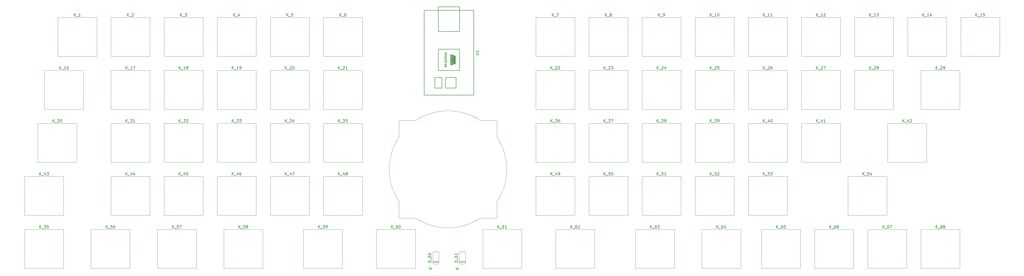
<source format=gto>
G04 #@! TF.GenerationSoftware,KiCad,Pcbnew,7.0.5*
G04 #@! TF.CreationDate,2023-08-06T16:41:53+02:00*
G04 #@! TF.ProjectId,lumberjack,6c756d62-6572-46a6-9163-6b2e6b696361,1.7*
G04 #@! TF.SameCoordinates,Original*
G04 #@! TF.FileFunction,Legend,Top*
G04 #@! TF.FilePolarity,Positive*
%FSLAX46Y46*%
G04 Gerber Fmt 4.6, Leading zero omitted, Abs format (unit mm)*
G04 Created by KiCad (PCBNEW 7.0.5) date 2023-08-06 16:41:53*
%MOMM*%
%LPD*%
G01*
G04 APERTURE LIST*
%ADD10C,0.150000*%
%ADD11C,0.120000*%
%ADD12C,0.100000*%
%ADD13C,4.000000*%
%ADD14C,1.700000*%
%ADD15C,2.200000*%
%ADD16C,3.050000*%
%ADD17C,5.000000*%
%ADD18R,1.600000X1.600000*%
%ADD19O,1.600000X1.600000*%
%ADD20C,1.600000*%
%ADD21C,2.000000*%
%ADD22C,36.000000*%
G04 APERTURE END LIST*
D10*
X265104762Y-87830819D02*
X265104762Y-86830819D01*
X265676190Y-87830819D02*
X265247619Y-87259390D01*
X265676190Y-86830819D02*
X265104762Y-87402247D01*
X265866667Y-87926057D02*
X266628571Y-87926057D01*
X267342857Y-86830819D02*
X266866667Y-86830819D01*
X266866667Y-86830819D02*
X266819048Y-87307009D01*
X266819048Y-87307009D02*
X266866667Y-87259390D01*
X266866667Y-87259390D02*
X266961905Y-87211771D01*
X266961905Y-87211771D02*
X267200000Y-87211771D01*
X267200000Y-87211771D02*
X267295238Y-87259390D01*
X267295238Y-87259390D02*
X267342857Y-87307009D01*
X267342857Y-87307009D02*
X267390476Y-87402247D01*
X267390476Y-87402247D02*
X267390476Y-87640342D01*
X267390476Y-87640342D02*
X267342857Y-87735580D01*
X267342857Y-87735580D02*
X267295238Y-87783200D01*
X267295238Y-87783200D02*
X267200000Y-87830819D01*
X267200000Y-87830819D02*
X266961905Y-87830819D01*
X266961905Y-87830819D02*
X266866667Y-87783200D01*
X266866667Y-87783200D02*
X266819048Y-87735580D01*
X267723810Y-86830819D02*
X268342857Y-86830819D01*
X268342857Y-86830819D02*
X268009524Y-87211771D01*
X268009524Y-87211771D02*
X268152381Y-87211771D01*
X268152381Y-87211771D02*
X268247619Y-87259390D01*
X268247619Y-87259390D02*
X268295238Y-87307009D01*
X268295238Y-87307009D02*
X268342857Y-87402247D01*
X268342857Y-87402247D02*
X268342857Y-87640342D01*
X268342857Y-87640342D02*
X268295238Y-87735580D01*
X268295238Y-87735580D02*
X268247619Y-87783200D01*
X268247619Y-87783200D02*
X268152381Y-87830819D01*
X268152381Y-87830819D02*
X267866667Y-87830819D01*
X267866667Y-87830819D02*
X267771429Y-87783200D01*
X267771429Y-87783200D02*
X267723810Y-87735580D01*
X327017262Y-49730819D02*
X327017262Y-48730819D01*
X327588690Y-49730819D02*
X327160119Y-49159390D01*
X327588690Y-48730819D02*
X327017262Y-49302247D01*
X327779167Y-49826057D02*
X328541071Y-49826057D01*
X328731548Y-48826057D02*
X328779167Y-48778438D01*
X328779167Y-48778438D02*
X328874405Y-48730819D01*
X328874405Y-48730819D02*
X329112500Y-48730819D01*
X329112500Y-48730819D02*
X329207738Y-48778438D01*
X329207738Y-48778438D02*
X329255357Y-48826057D01*
X329255357Y-48826057D02*
X329302976Y-48921295D01*
X329302976Y-48921295D02*
X329302976Y-49016533D01*
X329302976Y-49016533D02*
X329255357Y-49159390D01*
X329255357Y-49159390D02*
X328683929Y-49730819D01*
X328683929Y-49730819D02*
X329302976Y-49730819D01*
X329779167Y-49730819D02*
X329969643Y-49730819D01*
X329969643Y-49730819D02*
X330064881Y-49683200D01*
X330064881Y-49683200D02*
X330112500Y-49635580D01*
X330112500Y-49635580D02*
X330207738Y-49492723D01*
X330207738Y-49492723D02*
X330255357Y-49302247D01*
X330255357Y-49302247D02*
X330255357Y-48921295D01*
X330255357Y-48921295D02*
X330207738Y-48826057D01*
X330207738Y-48826057D02*
X330160119Y-48778438D01*
X330160119Y-48778438D02*
X330064881Y-48730819D01*
X330064881Y-48730819D02*
X329874405Y-48730819D01*
X329874405Y-48730819D02*
X329779167Y-48778438D01*
X329779167Y-48778438D02*
X329731548Y-48826057D01*
X329731548Y-48826057D02*
X329683929Y-48921295D01*
X329683929Y-48921295D02*
X329683929Y-49159390D01*
X329683929Y-49159390D02*
X329731548Y-49254628D01*
X329731548Y-49254628D02*
X329779167Y-49302247D01*
X329779167Y-49302247D02*
X329874405Y-49349866D01*
X329874405Y-49349866D02*
X330064881Y-49349866D01*
X330064881Y-49349866D02*
X330160119Y-49302247D01*
X330160119Y-49302247D02*
X330207738Y-49254628D01*
X330207738Y-49254628D02*
X330255357Y-49159390D01*
X188904762Y-49730819D02*
X188904762Y-48730819D01*
X189476190Y-49730819D02*
X189047619Y-49159390D01*
X189476190Y-48730819D02*
X188904762Y-49302247D01*
X189666667Y-49826057D02*
X190428571Y-49826057D01*
X190619048Y-48826057D02*
X190666667Y-48778438D01*
X190666667Y-48778438D02*
X190761905Y-48730819D01*
X190761905Y-48730819D02*
X191000000Y-48730819D01*
X191000000Y-48730819D02*
X191095238Y-48778438D01*
X191095238Y-48778438D02*
X191142857Y-48826057D01*
X191142857Y-48826057D02*
X191190476Y-48921295D01*
X191190476Y-48921295D02*
X191190476Y-49016533D01*
X191190476Y-49016533D02*
X191142857Y-49159390D01*
X191142857Y-49159390D02*
X190571429Y-49730819D01*
X190571429Y-49730819D02*
X191190476Y-49730819D01*
X191571429Y-48826057D02*
X191619048Y-48778438D01*
X191619048Y-48778438D02*
X191714286Y-48730819D01*
X191714286Y-48730819D02*
X191952381Y-48730819D01*
X191952381Y-48730819D02*
X192047619Y-48778438D01*
X192047619Y-48778438D02*
X192095238Y-48826057D01*
X192095238Y-48826057D02*
X192142857Y-48921295D01*
X192142857Y-48921295D02*
X192142857Y-49016533D01*
X192142857Y-49016533D02*
X192095238Y-49159390D01*
X192095238Y-49159390D02*
X191523810Y-49730819D01*
X191523810Y-49730819D02*
X192142857Y-49730819D01*
X76986012Y-106880819D02*
X76986012Y-105880819D01*
X77557440Y-106880819D02*
X77128869Y-106309390D01*
X77557440Y-105880819D02*
X76986012Y-106452247D01*
X77747917Y-106976057D02*
X78509821Y-106976057D01*
X79224107Y-105880819D02*
X78747917Y-105880819D01*
X78747917Y-105880819D02*
X78700298Y-106357009D01*
X78700298Y-106357009D02*
X78747917Y-106309390D01*
X78747917Y-106309390D02*
X78843155Y-106261771D01*
X78843155Y-106261771D02*
X79081250Y-106261771D01*
X79081250Y-106261771D02*
X79176488Y-106309390D01*
X79176488Y-106309390D02*
X79224107Y-106357009D01*
X79224107Y-106357009D02*
X79271726Y-106452247D01*
X79271726Y-106452247D02*
X79271726Y-106690342D01*
X79271726Y-106690342D02*
X79224107Y-106785580D01*
X79224107Y-106785580D02*
X79176488Y-106833200D01*
X79176488Y-106833200D02*
X79081250Y-106880819D01*
X79081250Y-106880819D02*
X78843155Y-106880819D01*
X78843155Y-106880819D02*
X78747917Y-106833200D01*
X78747917Y-106833200D02*
X78700298Y-106785580D01*
X79843155Y-106309390D02*
X79747917Y-106261771D01*
X79747917Y-106261771D02*
X79700298Y-106214152D01*
X79700298Y-106214152D02*
X79652679Y-106118914D01*
X79652679Y-106118914D02*
X79652679Y-106071295D01*
X79652679Y-106071295D02*
X79700298Y-105976057D01*
X79700298Y-105976057D02*
X79747917Y-105928438D01*
X79747917Y-105928438D02*
X79843155Y-105880819D01*
X79843155Y-105880819D02*
X80033631Y-105880819D01*
X80033631Y-105880819D02*
X80128869Y-105928438D01*
X80128869Y-105928438D02*
X80176488Y-105976057D01*
X80176488Y-105976057D02*
X80224107Y-106071295D01*
X80224107Y-106071295D02*
X80224107Y-106118914D01*
X80224107Y-106118914D02*
X80176488Y-106214152D01*
X80176488Y-106214152D02*
X80128869Y-106261771D01*
X80128869Y-106261771D02*
X80033631Y-106309390D01*
X80033631Y-106309390D02*
X79843155Y-106309390D01*
X79843155Y-106309390D02*
X79747917Y-106357009D01*
X79747917Y-106357009D02*
X79700298Y-106404628D01*
X79700298Y-106404628D02*
X79652679Y-106499866D01*
X79652679Y-106499866D02*
X79652679Y-106690342D01*
X79652679Y-106690342D02*
X79700298Y-106785580D01*
X79700298Y-106785580D02*
X79747917Y-106833200D01*
X79747917Y-106833200D02*
X79843155Y-106880819D01*
X79843155Y-106880819D02*
X80033631Y-106880819D01*
X80033631Y-106880819D02*
X80128869Y-106833200D01*
X80128869Y-106833200D02*
X80176488Y-106785580D01*
X80176488Y-106785580D02*
X80224107Y-106690342D01*
X80224107Y-106690342D02*
X80224107Y-106499866D01*
X80224107Y-106499866D02*
X80176488Y-106404628D01*
X80176488Y-106404628D02*
X80128869Y-106357009D01*
X80128869Y-106357009D02*
X80033631Y-106309390D01*
X112704762Y-68780819D02*
X112704762Y-67780819D01*
X113276190Y-68780819D02*
X112847619Y-68209390D01*
X113276190Y-67780819D02*
X112704762Y-68352247D01*
X113466667Y-68876057D02*
X114228571Y-68876057D01*
X114371429Y-67780819D02*
X114990476Y-67780819D01*
X114990476Y-67780819D02*
X114657143Y-68161771D01*
X114657143Y-68161771D02*
X114800000Y-68161771D01*
X114800000Y-68161771D02*
X114895238Y-68209390D01*
X114895238Y-68209390D02*
X114942857Y-68257009D01*
X114942857Y-68257009D02*
X114990476Y-68352247D01*
X114990476Y-68352247D02*
X114990476Y-68590342D01*
X114990476Y-68590342D02*
X114942857Y-68685580D01*
X114942857Y-68685580D02*
X114895238Y-68733200D01*
X114895238Y-68733200D02*
X114800000Y-68780819D01*
X114800000Y-68780819D02*
X114514286Y-68780819D01*
X114514286Y-68780819D02*
X114419048Y-68733200D01*
X114419048Y-68733200D02*
X114371429Y-68685580D01*
X115895238Y-67780819D02*
X115419048Y-67780819D01*
X115419048Y-67780819D02*
X115371429Y-68257009D01*
X115371429Y-68257009D02*
X115419048Y-68209390D01*
X115419048Y-68209390D02*
X115514286Y-68161771D01*
X115514286Y-68161771D02*
X115752381Y-68161771D01*
X115752381Y-68161771D02*
X115847619Y-68209390D01*
X115847619Y-68209390D02*
X115895238Y-68257009D01*
X115895238Y-68257009D02*
X115942857Y-68352247D01*
X115942857Y-68352247D02*
X115942857Y-68590342D01*
X115942857Y-68590342D02*
X115895238Y-68685580D01*
X115895238Y-68685580D02*
X115847619Y-68733200D01*
X115847619Y-68733200D02*
X115752381Y-68780819D01*
X115752381Y-68780819D02*
X115514286Y-68780819D01*
X115514286Y-68780819D02*
X115419048Y-68733200D01*
X115419048Y-68733200D02*
X115371429Y-68685580D01*
X246054762Y-68780819D02*
X246054762Y-67780819D01*
X246626190Y-68780819D02*
X246197619Y-68209390D01*
X246626190Y-67780819D02*
X246054762Y-68352247D01*
X246816667Y-68876057D02*
X247578571Y-68876057D01*
X247721429Y-67780819D02*
X248340476Y-67780819D01*
X248340476Y-67780819D02*
X248007143Y-68161771D01*
X248007143Y-68161771D02*
X248150000Y-68161771D01*
X248150000Y-68161771D02*
X248245238Y-68209390D01*
X248245238Y-68209390D02*
X248292857Y-68257009D01*
X248292857Y-68257009D02*
X248340476Y-68352247D01*
X248340476Y-68352247D02*
X248340476Y-68590342D01*
X248340476Y-68590342D02*
X248292857Y-68685580D01*
X248292857Y-68685580D02*
X248245238Y-68733200D01*
X248245238Y-68733200D02*
X248150000Y-68780819D01*
X248150000Y-68780819D02*
X247864286Y-68780819D01*
X247864286Y-68780819D02*
X247769048Y-68733200D01*
X247769048Y-68733200D02*
X247721429Y-68685580D01*
X248816667Y-68780819D02*
X249007143Y-68780819D01*
X249007143Y-68780819D02*
X249102381Y-68733200D01*
X249102381Y-68733200D02*
X249150000Y-68685580D01*
X249150000Y-68685580D02*
X249245238Y-68542723D01*
X249245238Y-68542723D02*
X249292857Y-68352247D01*
X249292857Y-68352247D02*
X249292857Y-67971295D01*
X249292857Y-67971295D02*
X249245238Y-67876057D01*
X249245238Y-67876057D02*
X249197619Y-67828438D01*
X249197619Y-67828438D02*
X249102381Y-67780819D01*
X249102381Y-67780819D02*
X248911905Y-67780819D01*
X248911905Y-67780819D02*
X248816667Y-67828438D01*
X248816667Y-67828438D02*
X248769048Y-67876057D01*
X248769048Y-67876057D02*
X248721429Y-67971295D01*
X248721429Y-67971295D02*
X248721429Y-68209390D01*
X248721429Y-68209390D02*
X248769048Y-68304628D01*
X248769048Y-68304628D02*
X248816667Y-68352247D01*
X248816667Y-68352247D02*
X248911905Y-68399866D01*
X248911905Y-68399866D02*
X249102381Y-68399866D01*
X249102381Y-68399866D02*
X249197619Y-68352247D01*
X249197619Y-68352247D02*
X249245238Y-68304628D01*
X249245238Y-68304628D02*
X249292857Y-68209390D01*
X188904762Y-87830819D02*
X188904762Y-86830819D01*
X189476190Y-87830819D02*
X189047619Y-87259390D01*
X189476190Y-86830819D02*
X188904762Y-87402247D01*
X189666667Y-87926057D02*
X190428571Y-87926057D01*
X191095238Y-87164152D02*
X191095238Y-87830819D01*
X190857143Y-86783200D02*
X190619048Y-87497485D01*
X190619048Y-87497485D02*
X191238095Y-87497485D01*
X191666667Y-87830819D02*
X191857143Y-87830819D01*
X191857143Y-87830819D02*
X191952381Y-87783200D01*
X191952381Y-87783200D02*
X192000000Y-87735580D01*
X192000000Y-87735580D02*
X192095238Y-87592723D01*
X192095238Y-87592723D02*
X192142857Y-87402247D01*
X192142857Y-87402247D02*
X192142857Y-87021295D01*
X192142857Y-87021295D02*
X192095238Y-86926057D01*
X192095238Y-86926057D02*
X192047619Y-86878438D01*
X192047619Y-86878438D02*
X191952381Y-86830819D01*
X191952381Y-86830819D02*
X191761905Y-86830819D01*
X191761905Y-86830819D02*
X191666667Y-86878438D01*
X191666667Y-86878438D02*
X191619048Y-86926057D01*
X191619048Y-86926057D02*
X191571429Y-87021295D01*
X191571429Y-87021295D02*
X191571429Y-87259390D01*
X191571429Y-87259390D02*
X191619048Y-87354628D01*
X191619048Y-87354628D02*
X191666667Y-87402247D01*
X191666667Y-87402247D02*
X191761905Y-87449866D01*
X191761905Y-87449866D02*
X191952381Y-87449866D01*
X191952381Y-87449866D02*
X192047619Y-87402247D01*
X192047619Y-87402247D02*
X192095238Y-87354628D01*
X192095238Y-87354628D02*
X192142857Y-87259390D01*
X315111012Y-68780819D02*
X315111012Y-67780819D01*
X315682440Y-68780819D02*
X315253869Y-68209390D01*
X315682440Y-67780819D02*
X315111012Y-68352247D01*
X315872917Y-68876057D02*
X316634821Y-68876057D01*
X317301488Y-68114152D02*
X317301488Y-68780819D01*
X317063393Y-67733200D02*
X316825298Y-68447485D01*
X316825298Y-68447485D02*
X317444345Y-68447485D01*
X317777679Y-67876057D02*
X317825298Y-67828438D01*
X317825298Y-67828438D02*
X317920536Y-67780819D01*
X317920536Y-67780819D02*
X318158631Y-67780819D01*
X318158631Y-67780819D02*
X318253869Y-67828438D01*
X318253869Y-67828438D02*
X318301488Y-67876057D01*
X318301488Y-67876057D02*
X318349107Y-67971295D01*
X318349107Y-67971295D02*
X318349107Y-68066533D01*
X318349107Y-68066533D02*
X318301488Y-68209390D01*
X318301488Y-68209390D02*
X317730060Y-68780819D01*
X317730060Y-68780819D02*
X318349107Y-68780819D01*
X56030952Y-30680819D02*
X56030952Y-29680819D01*
X56602380Y-30680819D02*
X56173809Y-30109390D01*
X56602380Y-29680819D02*
X56030952Y-30252247D01*
X56792857Y-30776057D02*
X57554761Y-30776057D01*
X57697619Y-29680819D02*
X58316666Y-29680819D01*
X58316666Y-29680819D02*
X57983333Y-30061771D01*
X57983333Y-30061771D02*
X58126190Y-30061771D01*
X58126190Y-30061771D02*
X58221428Y-30109390D01*
X58221428Y-30109390D02*
X58269047Y-30157009D01*
X58269047Y-30157009D02*
X58316666Y-30252247D01*
X58316666Y-30252247D02*
X58316666Y-30490342D01*
X58316666Y-30490342D02*
X58269047Y-30585580D01*
X58269047Y-30585580D02*
X58221428Y-30633200D01*
X58221428Y-30633200D02*
X58126190Y-30680819D01*
X58126190Y-30680819D02*
X57840476Y-30680819D01*
X57840476Y-30680819D02*
X57745238Y-30633200D01*
X57745238Y-30633200D02*
X57697619Y-30585580D01*
X327017262Y-106880819D02*
X327017262Y-105880819D01*
X327588690Y-106880819D02*
X327160119Y-106309390D01*
X327588690Y-105880819D02*
X327017262Y-106452247D01*
X327779167Y-106976057D02*
X328541071Y-106976057D01*
X329207738Y-105880819D02*
X329017262Y-105880819D01*
X329017262Y-105880819D02*
X328922024Y-105928438D01*
X328922024Y-105928438D02*
X328874405Y-105976057D01*
X328874405Y-105976057D02*
X328779167Y-106118914D01*
X328779167Y-106118914D02*
X328731548Y-106309390D01*
X328731548Y-106309390D02*
X328731548Y-106690342D01*
X328731548Y-106690342D02*
X328779167Y-106785580D01*
X328779167Y-106785580D02*
X328826786Y-106833200D01*
X328826786Y-106833200D02*
X328922024Y-106880819D01*
X328922024Y-106880819D02*
X329112500Y-106880819D01*
X329112500Y-106880819D02*
X329207738Y-106833200D01*
X329207738Y-106833200D02*
X329255357Y-106785580D01*
X329255357Y-106785580D02*
X329302976Y-106690342D01*
X329302976Y-106690342D02*
X329302976Y-106452247D01*
X329302976Y-106452247D02*
X329255357Y-106357009D01*
X329255357Y-106357009D02*
X329207738Y-106309390D01*
X329207738Y-106309390D02*
X329112500Y-106261771D01*
X329112500Y-106261771D02*
X328922024Y-106261771D01*
X328922024Y-106261771D02*
X328826786Y-106309390D01*
X328826786Y-106309390D02*
X328779167Y-106357009D01*
X328779167Y-106357009D02*
X328731548Y-106452247D01*
X329874405Y-106309390D02*
X329779167Y-106261771D01*
X329779167Y-106261771D02*
X329731548Y-106214152D01*
X329731548Y-106214152D02*
X329683929Y-106118914D01*
X329683929Y-106118914D02*
X329683929Y-106071295D01*
X329683929Y-106071295D02*
X329731548Y-105976057D01*
X329731548Y-105976057D02*
X329779167Y-105928438D01*
X329779167Y-105928438D02*
X329874405Y-105880819D01*
X329874405Y-105880819D02*
X330064881Y-105880819D01*
X330064881Y-105880819D02*
X330160119Y-105928438D01*
X330160119Y-105928438D02*
X330207738Y-105976057D01*
X330207738Y-105976057D02*
X330255357Y-106071295D01*
X330255357Y-106071295D02*
X330255357Y-106118914D01*
X330255357Y-106118914D02*
X330207738Y-106214152D01*
X330207738Y-106214152D02*
X330160119Y-106261771D01*
X330160119Y-106261771D02*
X330064881Y-106309390D01*
X330064881Y-106309390D02*
X329874405Y-106309390D01*
X329874405Y-106309390D02*
X329779167Y-106357009D01*
X329779167Y-106357009D02*
X329731548Y-106404628D01*
X329731548Y-106404628D02*
X329683929Y-106499866D01*
X329683929Y-106499866D02*
X329683929Y-106690342D01*
X329683929Y-106690342D02*
X329731548Y-106785580D01*
X329731548Y-106785580D02*
X329779167Y-106833200D01*
X329779167Y-106833200D02*
X329874405Y-106880819D01*
X329874405Y-106880819D02*
X330064881Y-106880819D01*
X330064881Y-106880819D02*
X330160119Y-106833200D01*
X330160119Y-106833200D02*
X330207738Y-106785580D01*
X330207738Y-106785580D02*
X330255357Y-106690342D01*
X330255357Y-106690342D02*
X330255357Y-106499866D01*
X330255357Y-106499866D02*
X330207738Y-106404628D01*
X330207738Y-106404628D02*
X330160119Y-106357009D01*
X330160119Y-106357009D02*
X330064881Y-106309390D01*
X246054762Y-30680819D02*
X246054762Y-29680819D01*
X246626190Y-30680819D02*
X246197619Y-30109390D01*
X246626190Y-29680819D02*
X246054762Y-30252247D01*
X246816667Y-30776057D02*
X247578571Y-30776057D01*
X248340476Y-30680819D02*
X247769048Y-30680819D01*
X248054762Y-30680819D02*
X248054762Y-29680819D01*
X248054762Y-29680819D02*
X247959524Y-29823676D01*
X247959524Y-29823676D02*
X247864286Y-29918914D01*
X247864286Y-29918914D02*
X247769048Y-29966533D01*
X248959524Y-29680819D02*
X249054762Y-29680819D01*
X249054762Y-29680819D02*
X249150000Y-29728438D01*
X249150000Y-29728438D02*
X249197619Y-29776057D01*
X249197619Y-29776057D02*
X249245238Y-29871295D01*
X249245238Y-29871295D02*
X249292857Y-30061771D01*
X249292857Y-30061771D02*
X249292857Y-30299866D01*
X249292857Y-30299866D02*
X249245238Y-30490342D01*
X249245238Y-30490342D02*
X249197619Y-30585580D01*
X249197619Y-30585580D02*
X249150000Y-30633200D01*
X249150000Y-30633200D02*
X249054762Y-30680819D01*
X249054762Y-30680819D02*
X248959524Y-30680819D01*
X248959524Y-30680819D02*
X248864286Y-30633200D01*
X248864286Y-30633200D02*
X248816667Y-30585580D01*
X248816667Y-30585580D02*
X248769048Y-30490342D01*
X248769048Y-30490342D02*
X248721429Y-30299866D01*
X248721429Y-30299866D02*
X248721429Y-30061771D01*
X248721429Y-30061771D02*
X248769048Y-29871295D01*
X248769048Y-29871295D02*
X248816667Y-29776057D01*
X248816667Y-29776057D02*
X248864286Y-29728438D01*
X248864286Y-29728438D02*
X248959524Y-29680819D01*
X224623512Y-106880819D02*
X224623512Y-105880819D01*
X225194940Y-106880819D02*
X224766369Y-106309390D01*
X225194940Y-105880819D02*
X224623512Y-106452247D01*
X225385417Y-106976057D02*
X226147321Y-106976057D01*
X226813988Y-105880819D02*
X226623512Y-105880819D01*
X226623512Y-105880819D02*
X226528274Y-105928438D01*
X226528274Y-105928438D02*
X226480655Y-105976057D01*
X226480655Y-105976057D02*
X226385417Y-106118914D01*
X226385417Y-106118914D02*
X226337798Y-106309390D01*
X226337798Y-106309390D02*
X226337798Y-106690342D01*
X226337798Y-106690342D02*
X226385417Y-106785580D01*
X226385417Y-106785580D02*
X226433036Y-106833200D01*
X226433036Y-106833200D02*
X226528274Y-106880819D01*
X226528274Y-106880819D02*
X226718750Y-106880819D01*
X226718750Y-106880819D02*
X226813988Y-106833200D01*
X226813988Y-106833200D02*
X226861607Y-106785580D01*
X226861607Y-106785580D02*
X226909226Y-106690342D01*
X226909226Y-106690342D02*
X226909226Y-106452247D01*
X226909226Y-106452247D02*
X226861607Y-106357009D01*
X226861607Y-106357009D02*
X226813988Y-106309390D01*
X226813988Y-106309390D02*
X226718750Y-106261771D01*
X226718750Y-106261771D02*
X226528274Y-106261771D01*
X226528274Y-106261771D02*
X226433036Y-106309390D01*
X226433036Y-106309390D02*
X226385417Y-106357009D01*
X226385417Y-106357009D02*
X226337798Y-106452247D01*
X227242560Y-105880819D02*
X227861607Y-105880819D01*
X227861607Y-105880819D02*
X227528274Y-106261771D01*
X227528274Y-106261771D02*
X227671131Y-106261771D01*
X227671131Y-106261771D02*
X227766369Y-106309390D01*
X227766369Y-106309390D02*
X227813988Y-106357009D01*
X227813988Y-106357009D02*
X227861607Y-106452247D01*
X227861607Y-106452247D02*
X227861607Y-106690342D01*
X227861607Y-106690342D02*
X227813988Y-106785580D01*
X227813988Y-106785580D02*
X227766369Y-106833200D01*
X227766369Y-106833200D02*
X227671131Y-106880819D01*
X227671131Y-106880819D02*
X227385417Y-106880819D01*
X227385417Y-106880819D02*
X227290179Y-106833200D01*
X227290179Y-106833200D02*
X227242560Y-106785580D01*
X155497319Y-119195237D02*
X154497319Y-119195237D01*
X154497319Y-119195237D02*
X154497319Y-118957142D01*
X154497319Y-118957142D02*
X154544938Y-118814285D01*
X154544938Y-118814285D02*
X154640176Y-118719047D01*
X154640176Y-118719047D02*
X154735414Y-118671428D01*
X154735414Y-118671428D02*
X154925890Y-118623809D01*
X154925890Y-118623809D02*
X155068747Y-118623809D01*
X155068747Y-118623809D02*
X155259223Y-118671428D01*
X155259223Y-118671428D02*
X155354461Y-118719047D01*
X155354461Y-118719047D02*
X155449700Y-118814285D01*
X155449700Y-118814285D02*
X155497319Y-118957142D01*
X155497319Y-118957142D02*
X155497319Y-119195237D01*
X155592557Y-118433333D02*
X155592557Y-117671428D01*
X154497319Y-117004761D02*
X154497319Y-117195237D01*
X154497319Y-117195237D02*
X154544938Y-117290475D01*
X154544938Y-117290475D02*
X154592557Y-117338094D01*
X154592557Y-117338094D02*
X154735414Y-117433332D01*
X154735414Y-117433332D02*
X154925890Y-117480951D01*
X154925890Y-117480951D02*
X155306842Y-117480951D01*
X155306842Y-117480951D02*
X155402080Y-117433332D01*
X155402080Y-117433332D02*
X155449700Y-117385713D01*
X155449700Y-117385713D02*
X155497319Y-117290475D01*
X155497319Y-117290475D02*
X155497319Y-117099999D01*
X155497319Y-117099999D02*
X155449700Y-117004761D01*
X155449700Y-117004761D02*
X155402080Y-116957142D01*
X155402080Y-116957142D02*
X155306842Y-116909523D01*
X155306842Y-116909523D02*
X155068747Y-116909523D01*
X155068747Y-116909523D02*
X154973509Y-116957142D01*
X154973509Y-116957142D02*
X154925890Y-117004761D01*
X154925890Y-117004761D02*
X154878271Y-117099999D01*
X154878271Y-117099999D02*
X154878271Y-117290475D01*
X154878271Y-117290475D02*
X154925890Y-117385713D01*
X154925890Y-117385713D02*
X154973509Y-117433332D01*
X154973509Y-117433332D02*
X155068747Y-117480951D01*
X155497319Y-115957142D02*
X155497319Y-116528570D01*
X155497319Y-116242856D02*
X154497319Y-116242856D01*
X154497319Y-116242856D02*
X154640176Y-116338094D01*
X154640176Y-116338094D02*
X154735414Y-116433332D01*
X154735414Y-116433332D02*
X154783033Y-116528570D01*
X155817319Y-121671904D02*
X154817319Y-121671904D01*
X155817319Y-121100476D02*
X155245890Y-121529047D01*
X154817319Y-121100476D02*
X155388747Y-121671904D01*
X265104762Y-49730819D02*
X265104762Y-48730819D01*
X265676190Y-49730819D02*
X265247619Y-49159390D01*
X265676190Y-48730819D02*
X265104762Y-49302247D01*
X265866667Y-49826057D02*
X266628571Y-49826057D01*
X266819048Y-48826057D02*
X266866667Y-48778438D01*
X266866667Y-48778438D02*
X266961905Y-48730819D01*
X266961905Y-48730819D02*
X267200000Y-48730819D01*
X267200000Y-48730819D02*
X267295238Y-48778438D01*
X267295238Y-48778438D02*
X267342857Y-48826057D01*
X267342857Y-48826057D02*
X267390476Y-48921295D01*
X267390476Y-48921295D02*
X267390476Y-49016533D01*
X267390476Y-49016533D02*
X267342857Y-49159390D01*
X267342857Y-49159390D02*
X266771429Y-49730819D01*
X266771429Y-49730819D02*
X267390476Y-49730819D01*
X268247619Y-48730819D02*
X268057143Y-48730819D01*
X268057143Y-48730819D02*
X267961905Y-48778438D01*
X267961905Y-48778438D02*
X267914286Y-48826057D01*
X267914286Y-48826057D02*
X267819048Y-48968914D01*
X267819048Y-48968914D02*
X267771429Y-49159390D01*
X267771429Y-49159390D02*
X267771429Y-49540342D01*
X267771429Y-49540342D02*
X267819048Y-49635580D01*
X267819048Y-49635580D02*
X267866667Y-49683200D01*
X267866667Y-49683200D02*
X267961905Y-49730819D01*
X267961905Y-49730819D02*
X268152381Y-49730819D01*
X268152381Y-49730819D02*
X268247619Y-49683200D01*
X268247619Y-49683200D02*
X268295238Y-49635580D01*
X268295238Y-49635580D02*
X268342857Y-49540342D01*
X268342857Y-49540342D02*
X268342857Y-49302247D01*
X268342857Y-49302247D02*
X268295238Y-49207009D01*
X268295238Y-49207009D02*
X268247619Y-49159390D01*
X268247619Y-49159390D02*
X268152381Y-49111771D01*
X268152381Y-49111771D02*
X267961905Y-49111771D01*
X267961905Y-49111771D02*
X267866667Y-49159390D01*
X267866667Y-49159390D02*
X267819048Y-49207009D01*
X267819048Y-49207009D02*
X267771429Y-49302247D01*
X162014819Y-44596904D02*
X162824342Y-44596904D01*
X162824342Y-44596904D02*
X162919580Y-44549285D01*
X162919580Y-44549285D02*
X162967200Y-44501666D01*
X162967200Y-44501666D02*
X163014819Y-44406428D01*
X163014819Y-44406428D02*
X163014819Y-44215952D01*
X163014819Y-44215952D02*
X162967200Y-44120714D01*
X162967200Y-44120714D02*
X162919580Y-44073095D01*
X162919580Y-44073095D02*
X162824342Y-44025476D01*
X162824342Y-44025476D02*
X162014819Y-44025476D01*
X163014819Y-43025476D02*
X163014819Y-43596904D01*
X163014819Y-43311190D02*
X162014819Y-43311190D01*
X162014819Y-43311190D02*
X162157676Y-43406428D01*
X162157676Y-43406428D02*
X162252914Y-43501666D01*
X162252914Y-43501666D02*
X162300533Y-43596904D01*
X151573033Y-48941666D02*
X150873033Y-48941666D01*
X150873033Y-48941666D02*
X151373033Y-48708333D01*
X151373033Y-48708333D02*
X150873033Y-48474999D01*
X150873033Y-48474999D02*
X151573033Y-48474999D01*
X151206366Y-48141666D02*
X151206366Y-47908333D01*
X151573033Y-47808333D02*
X151573033Y-48141666D01*
X151573033Y-48141666D02*
X150873033Y-48141666D01*
X150873033Y-48141666D02*
X150873033Y-47808333D01*
X150906366Y-47141666D02*
X150873033Y-47208333D01*
X150873033Y-47208333D02*
X150873033Y-47308333D01*
X150873033Y-47308333D02*
X150906366Y-47408333D01*
X150906366Y-47408333D02*
X150973033Y-47475000D01*
X150973033Y-47475000D02*
X151039700Y-47508333D01*
X151039700Y-47508333D02*
X151173033Y-47541666D01*
X151173033Y-47541666D02*
X151273033Y-47541666D01*
X151273033Y-47541666D02*
X151406366Y-47508333D01*
X151406366Y-47508333D02*
X151473033Y-47475000D01*
X151473033Y-47475000D02*
X151539700Y-47408333D01*
X151539700Y-47408333D02*
X151573033Y-47308333D01*
X151573033Y-47308333D02*
X151573033Y-47241666D01*
X151573033Y-47241666D02*
X151539700Y-47141666D01*
X151539700Y-47141666D02*
X151506366Y-47108333D01*
X151506366Y-47108333D02*
X151273033Y-47108333D01*
X151273033Y-47108333D02*
X151273033Y-47241666D01*
X151373033Y-46841666D02*
X151373033Y-46508333D01*
X151573033Y-46908333D02*
X150873033Y-46675000D01*
X150873033Y-46675000D02*
X151573033Y-46441666D01*
X150873033Y-46275000D02*
X150873033Y-45841666D01*
X150873033Y-45841666D02*
X151139700Y-46075000D01*
X151139700Y-46075000D02*
X151139700Y-45975000D01*
X151139700Y-45975000D02*
X151173033Y-45908333D01*
X151173033Y-45908333D02*
X151206366Y-45875000D01*
X151206366Y-45875000D02*
X151273033Y-45841666D01*
X151273033Y-45841666D02*
X151439700Y-45841666D01*
X151439700Y-45841666D02*
X151506366Y-45875000D01*
X151506366Y-45875000D02*
X151539700Y-45908333D01*
X151539700Y-45908333D02*
X151573033Y-45975000D01*
X151573033Y-45975000D02*
X151573033Y-46175000D01*
X151573033Y-46175000D02*
X151539700Y-46241666D01*
X151539700Y-46241666D02*
X151506366Y-46275000D01*
X150939700Y-45574999D02*
X150906366Y-45541666D01*
X150906366Y-45541666D02*
X150873033Y-45474999D01*
X150873033Y-45474999D02*
X150873033Y-45308333D01*
X150873033Y-45308333D02*
X150906366Y-45241666D01*
X150906366Y-45241666D02*
X150939700Y-45208333D01*
X150939700Y-45208333D02*
X151006366Y-45174999D01*
X151006366Y-45174999D02*
X151073033Y-45174999D01*
X151073033Y-45174999D02*
X151173033Y-45208333D01*
X151173033Y-45208333D02*
X151573033Y-45608333D01*
X151573033Y-45608333D02*
X151573033Y-45174999D01*
X150873033Y-44874999D02*
X151439700Y-44874999D01*
X151439700Y-44874999D02*
X151506366Y-44841666D01*
X151506366Y-44841666D02*
X151539700Y-44808332D01*
X151539700Y-44808332D02*
X151573033Y-44741666D01*
X151573033Y-44741666D02*
X151573033Y-44608332D01*
X151573033Y-44608332D02*
X151539700Y-44541666D01*
X151539700Y-44541666D02*
X151506366Y-44508332D01*
X151506366Y-44508332D02*
X151439700Y-44474999D01*
X151439700Y-44474999D02*
X150873033Y-44474999D01*
X151106366Y-43841666D02*
X151573033Y-43841666D01*
X150839700Y-44008333D02*
X151339700Y-44174999D01*
X151339700Y-44174999D02*
X151339700Y-43741666D01*
X303204762Y-30680819D02*
X303204762Y-29680819D01*
X303776190Y-30680819D02*
X303347619Y-30109390D01*
X303776190Y-29680819D02*
X303204762Y-30252247D01*
X303966667Y-30776057D02*
X304728571Y-30776057D01*
X305490476Y-30680819D02*
X304919048Y-30680819D01*
X305204762Y-30680819D02*
X305204762Y-29680819D01*
X305204762Y-29680819D02*
X305109524Y-29823676D01*
X305109524Y-29823676D02*
X305014286Y-29918914D01*
X305014286Y-29918914D02*
X304919048Y-29966533D01*
X305823810Y-29680819D02*
X306442857Y-29680819D01*
X306442857Y-29680819D02*
X306109524Y-30061771D01*
X306109524Y-30061771D02*
X306252381Y-30061771D01*
X306252381Y-30061771D02*
X306347619Y-30109390D01*
X306347619Y-30109390D02*
X306395238Y-30157009D01*
X306395238Y-30157009D02*
X306442857Y-30252247D01*
X306442857Y-30252247D02*
X306442857Y-30490342D01*
X306442857Y-30490342D02*
X306395238Y-30585580D01*
X306395238Y-30585580D02*
X306347619Y-30633200D01*
X306347619Y-30633200D02*
X306252381Y-30680819D01*
X306252381Y-30680819D02*
X305966667Y-30680819D01*
X305966667Y-30680819D02*
X305871429Y-30633200D01*
X305871429Y-30633200D02*
X305823810Y-30585580D01*
X53173512Y-106880819D02*
X53173512Y-105880819D01*
X53744940Y-106880819D02*
X53316369Y-106309390D01*
X53744940Y-105880819D02*
X53173512Y-106452247D01*
X53935417Y-106976057D02*
X54697321Y-106976057D01*
X55411607Y-105880819D02*
X54935417Y-105880819D01*
X54935417Y-105880819D02*
X54887798Y-106357009D01*
X54887798Y-106357009D02*
X54935417Y-106309390D01*
X54935417Y-106309390D02*
X55030655Y-106261771D01*
X55030655Y-106261771D02*
X55268750Y-106261771D01*
X55268750Y-106261771D02*
X55363988Y-106309390D01*
X55363988Y-106309390D02*
X55411607Y-106357009D01*
X55411607Y-106357009D02*
X55459226Y-106452247D01*
X55459226Y-106452247D02*
X55459226Y-106690342D01*
X55459226Y-106690342D02*
X55411607Y-106785580D01*
X55411607Y-106785580D02*
X55363988Y-106833200D01*
X55363988Y-106833200D02*
X55268750Y-106880819D01*
X55268750Y-106880819D02*
X55030655Y-106880819D01*
X55030655Y-106880819D02*
X54935417Y-106833200D01*
X54935417Y-106833200D02*
X54887798Y-106785580D01*
X55792560Y-105880819D02*
X56459226Y-105880819D01*
X56459226Y-105880819D02*
X56030655Y-106880819D01*
X112704762Y-87830819D02*
X112704762Y-86830819D01*
X113276190Y-87830819D02*
X112847619Y-87259390D01*
X113276190Y-86830819D02*
X112704762Y-87402247D01*
X113466667Y-87926057D02*
X114228571Y-87926057D01*
X114895238Y-87164152D02*
X114895238Y-87830819D01*
X114657143Y-86783200D02*
X114419048Y-87497485D01*
X114419048Y-87497485D02*
X115038095Y-87497485D01*
X115561905Y-87259390D02*
X115466667Y-87211771D01*
X115466667Y-87211771D02*
X115419048Y-87164152D01*
X115419048Y-87164152D02*
X115371429Y-87068914D01*
X115371429Y-87068914D02*
X115371429Y-87021295D01*
X115371429Y-87021295D02*
X115419048Y-86926057D01*
X115419048Y-86926057D02*
X115466667Y-86878438D01*
X115466667Y-86878438D02*
X115561905Y-86830819D01*
X115561905Y-86830819D02*
X115752381Y-86830819D01*
X115752381Y-86830819D02*
X115847619Y-86878438D01*
X115847619Y-86878438D02*
X115895238Y-86926057D01*
X115895238Y-86926057D02*
X115942857Y-87021295D01*
X115942857Y-87021295D02*
X115942857Y-87068914D01*
X115942857Y-87068914D02*
X115895238Y-87164152D01*
X115895238Y-87164152D02*
X115847619Y-87211771D01*
X115847619Y-87211771D02*
X115752381Y-87259390D01*
X115752381Y-87259390D02*
X115561905Y-87259390D01*
X115561905Y-87259390D02*
X115466667Y-87307009D01*
X115466667Y-87307009D02*
X115419048Y-87354628D01*
X115419048Y-87354628D02*
X115371429Y-87449866D01*
X115371429Y-87449866D02*
X115371429Y-87640342D01*
X115371429Y-87640342D02*
X115419048Y-87735580D01*
X115419048Y-87735580D02*
X115466667Y-87783200D01*
X115466667Y-87783200D02*
X115561905Y-87830819D01*
X115561905Y-87830819D02*
X115752381Y-87830819D01*
X115752381Y-87830819D02*
X115847619Y-87783200D01*
X115847619Y-87783200D02*
X115895238Y-87735580D01*
X115895238Y-87735580D02*
X115942857Y-87640342D01*
X115942857Y-87640342D02*
X115942857Y-87449866D01*
X115942857Y-87449866D02*
X115895238Y-87354628D01*
X115895238Y-87354628D02*
X115847619Y-87307009D01*
X115847619Y-87307009D02*
X115752381Y-87259390D01*
X55554762Y-87830819D02*
X55554762Y-86830819D01*
X56126190Y-87830819D02*
X55697619Y-87259390D01*
X56126190Y-86830819D02*
X55554762Y-87402247D01*
X56316667Y-87926057D02*
X57078571Y-87926057D01*
X57745238Y-87164152D02*
X57745238Y-87830819D01*
X57507143Y-86783200D02*
X57269048Y-87497485D01*
X57269048Y-87497485D02*
X57888095Y-87497485D01*
X58745238Y-86830819D02*
X58269048Y-86830819D01*
X58269048Y-86830819D02*
X58221429Y-87307009D01*
X58221429Y-87307009D02*
X58269048Y-87259390D01*
X58269048Y-87259390D02*
X58364286Y-87211771D01*
X58364286Y-87211771D02*
X58602381Y-87211771D01*
X58602381Y-87211771D02*
X58697619Y-87259390D01*
X58697619Y-87259390D02*
X58745238Y-87307009D01*
X58745238Y-87307009D02*
X58792857Y-87402247D01*
X58792857Y-87402247D02*
X58792857Y-87640342D01*
X58792857Y-87640342D02*
X58745238Y-87735580D01*
X58745238Y-87735580D02*
X58697619Y-87783200D01*
X58697619Y-87783200D02*
X58602381Y-87830819D01*
X58602381Y-87830819D02*
X58364286Y-87830819D01*
X58364286Y-87830819D02*
X58269048Y-87783200D01*
X58269048Y-87783200D02*
X58221429Y-87735580D01*
X207954762Y-49730819D02*
X207954762Y-48730819D01*
X208526190Y-49730819D02*
X208097619Y-49159390D01*
X208526190Y-48730819D02*
X207954762Y-49302247D01*
X208716667Y-49826057D02*
X209478571Y-49826057D01*
X209669048Y-48826057D02*
X209716667Y-48778438D01*
X209716667Y-48778438D02*
X209811905Y-48730819D01*
X209811905Y-48730819D02*
X210050000Y-48730819D01*
X210050000Y-48730819D02*
X210145238Y-48778438D01*
X210145238Y-48778438D02*
X210192857Y-48826057D01*
X210192857Y-48826057D02*
X210240476Y-48921295D01*
X210240476Y-48921295D02*
X210240476Y-49016533D01*
X210240476Y-49016533D02*
X210192857Y-49159390D01*
X210192857Y-49159390D02*
X209621429Y-49730819D01*
X209621429Y-49730819D02*
X210240476Y-49730819D01*
X210573810Y-48730819D02*
X211192857Y-48730819D01*
X211192857Y-48730819D02*
X210859524Y-49111771D01*
X210859524Y-49111771D02*
X211002381Y-49111771D01*
X211002381Y-49111771D02*
X211097619Y-49159390D01*
X211097619Y-49159390D02*
X211145238Y-49207009D01*
X211145238Y-49207009D02*
X211192857Y-49302247D01*
X211192857Y-49302247D02*
X211192857Y-49540342D01*
X211192857Y-49540342D02*
X211145238Y-49635580D01*
X211145238Y-49635580D02*
X211097619Y-49683200D01*
X211097619Y-49683200D02*
X211002381Y-49730819D01*
X211002381Y-49730819D02*
X210716667Y-49730819D01*
X210716667Y-49730819D02*
X210621429Y-49683200D01*
X210621429Y-49683200D02*
X210573810Y-49635580D01*
X300823512Y-87830819D02*
X300823512Y-86830819D01*
X301394940Y-87830819D02*
X300966369Y-87259390D01*
X301394940Y-86830819D02*
X300823512Y-87402247D01*
X301585417Y-87926057D02*
X302347321Y-87926057D01*
X303061607Y-86830819D02*
X302585417Y-86830819D01*
X302585417Y-86830819D02*
X302537798Y-87307009D01*
X302537798Y-87307009D02*
X302585417Y-87259390D01*
X302585417Y-87259390D02*
X302680655Y-87211771D01*
X302680655Y-87211771D02*
X302918750Y-87211771D01*
X302918750Y-87211771D02*
X303013988Y-87259390D01*
X303013988Y-87259390D02*
X303061607Y-87307009D01*
X303061607Y-87307009D02*
X303109226Y-87402247D01*
X303109226Y-87402247D02*
X303109226Y-87640342D01*
X303109226Y-87640342D02*
X303061607Y-87735580D01*
X303061607Y-87735580D02*
X303013988Y-87783200D01*
X303013988Y-87783200D02*
X302918750Y-87830819D01*
X302918750Y-87830819D02*
X302680655Y-87830819D01*
X302680655Y-87830819D02*
X302585417Y-87783200D01*
X302585417Y-87783200D02*
X302537798Y-87735580D01*
X303966369Y-87164152D02*
X303966369Y-87830819D01*
X303728274Y-86783200D02*
X303490179Y-87497485D01*
X303490179Y-87497485D02*
X304109226Y-87497485D01*
X74604762Y-87830819D02*
X74604762Y-86830819D01*
X75176190Y-87830819D02*
X74747619Y-87259390D01*
X75176190Y-86830819D02*
X74604762Y-87402247D01*
X75366667Y-87926057D02*
X76128571Y-87926057D01*
X76795238Y-87164152D02*
X76795238Y-87830819D01*
X76557143Y-86783200D02*
X76319048Y-87497485D01*
X76319048Y-87497485D02*
X76938095Y-87497485D01*
X77747619Y-86830819D02*
X77557143Y-86830819D01*
X77557143Y-86830819D02*
X77461905Y-86878438D01*
X77461905Y-86878438D02*
X77414286Y-86926057D01*
X77414286Y-86926057D02*
X77319048Y-87068914D01*
X77319048Y-87068914D02*
X77271429Y-87259390D01*
X77271429Y-87259390D02*
X77271429Y-87640342D01*
X77271429Y-87640342D02*
X77319048Y-87735580D01*
X77319048Y-87735580D02*
X77366667Y-87783200D01*
X77366667Y-87783200D02*
X77461905Y-87830819D01*
X77461905Y-87830819D02*
X77652381Y-87830819D01*
X77652381Y-87830819D02*
X77747619Y-87783200D01*
X77747619Y-87783200D02*
X77795238Y-87735580D01*
X77795238Y-87735580D02*
X77842857Y-87640342D01*
X77842857Y-87640342D02*
X77842857Y-87402247D01*
X77842857Y-87402247D02*
X77795238Y-87307009D01*
X77795238Y-87307009D02*
X77747619Y-87259390D01*
X77747619Y-87259390D02*
X77652381Y-87211771D01*
X77652381Y-87211771D02*
X77461905Y-87211771D01*
X77461905Y-87211771D02*
X77366667Y-87259390D01*
X77366667Y-87259390D02*
X77319048Y-87307009D01*
X77319048Y-87307009D02*
X77271429Y-87402247D01*
X74604762Y-49730819D02*
X74604762Y-48730819D01*
X75176190Y-49730819D02*
X74747619Y-49159390D01*
X75176190Y-48730819D02*
X74604762Y-49302247D01*
X75366667Y-49826057D02*
X76128571Y-49826057D01*
X76890476Y-49730819D02*
X76319048Y-49730819D01*
X76604762Y-49730819D02*
X76604762Y-48730819D01*
X76604762Y-48730819D02*
X76509524Y-48873676D01*
X76509524Y-48873676D02*
X76414286Y-48968914D01*
X76414286Y-48968914D02*
X76319048Y-49016533D01*
X77366667Y-49730819D02*
X77557143Y-49730819D01*
X77557143Y-49730819D02*
X77652381Y-49683200D01*
X77652381Y-49683200D02*
X77700000Y-49635580D01*
X77700000Y-49635580D02*
X77795238Y-49492723D01*
X77795238Y-49492723D02*
X77842857Y-49302247D01*
X77842857Y-49302247D02*
X77842857Y-48921295D01*
X77842857Y-48921295D02*
X77795238Y-48826057D01*
X77795238Y-48826057D02*
X77747619Y-48778438D01*
X77747619Y-48778438D02*
X77652381Y-48730819D01*
X77652381Y-48730819D02*
X77461905Y-48730819D01*
X77461905Y-48730819D02*
X77366667Y-48778438D01*
X77366667Y-48778438D02*
X77319048Y-48826057D01*
X77319048Y-48826057D02*
X77271429Y-48921295D01*
X77271429Y-48921295D02*
X77271429Y-49159390D01*
X77271429Y-49159390D02*
X77319048Y-49254628D01*
X77319048Y-49254628D02*
X77366667Y-49302247D01*
X77366667Y-49302247D02*
X77461905Y-49349866D01*
X77461905Y-49349866D02*
X77652381Y-49349866D01*
X77652381Y-49349866D02*
X77747619Y-49302247D01*
X77747619Y-49302247D02*
X77795238Y-49254628D01*
X77795238Y-49254628D02*
X77842857Y-49159390D01*
X207954762Y-87830819D02*
X207954762Y-86830819D01*
X208526190Y-87830819D02*
X208097619Y-87259390D01*
X208526190Y-86830819D02*
X207954762Y-87402247D01*
X208716667Y-87926057D02*
X209478571Y-87926057D01*
X210192857Y-86830819D02*
X209716667Y-86830819D01*
X209716667Y-86830819D02*
X209669048Y-87307009D01*
X209669048Y-87307009D02*
X209716667Y-87259390D01*
X209716667Y-87259390D02*
X209811905Y-87211771D01*
X209811905Y-87211771D02*
X210050000Y-87211771D01*
X210050000Y-87211771D02*
X210145238Y-87259390D01*
X210145238Y-87259390D02*
X210192857Y-87307009D01*
X210192857Y-87307009D02*
X210240476Y-87402247D01*
X210240476Y-87402247D02*
X210240476Y-87640342D01*
X210240476Y-87640342D02*
X210192857Y-87735580D01*
X210192857Y-87735580D02*
X210145238Y-87783200D01*
X210145238Y-87783200D02*
X210050000Y-87830819D01*
X210050000Y-87830819D02*
X209811905Y-87830819D01*
X209811905Y-87830819D02*
X209716667Y-87783200D01*
X209716667Y-87783200D02*
X209669048Y-87735580D01*
X210859524Y-86830819D02*
X210954762Y-86830819D01*
X210954762Y-86830819D02*
X211050000Y-86878438D01*
X211050000Y-86878438D02*
X211097619Y-86926057D01*
X211097619Y-86926057D02*
X211145238Y-87021295D01*
X211145238Y-87021295D02*
X211192857Y-87211771D01*
X211192857Y-87211771D02*
X211192857Y-87449866D01*
X211192857Y-87449866D02*
X211145238Y-87640342D01*
X211145238Y-87640342D02*
X211097619Y-87735580D01*
X211097619Y-87735580D02*
X211050000Y-87783200D01*
X211050000Y-87783200D02*
X210954762Y-87830819D01*
X210954762Y-87830819D02*
X210859524Y-87830819D01*
X210859524Y-87830819D02*
X210764286Y-87783200D01*
X210764286Y-87783200D02*
X210716667Y-87735580D01*
X210716667Y-87735580D02*
X210669048Y-87640342D01*
X210669048Y-87640342D02*
X210621429Y-87449866D01*
X210621429Y-87449866D02*
X210621429Y-87211771D01*
X210621429Y-87211771D02*
X210669048Y-87021295D01*
X210669048Y-87021295D02*
X210716667Y-86926057D01*
X210716667Y-86926057D02*
X210764286Y-86878438D01*
X210764286Y-86878438D02*
X210859524Y-86830819D01*
X303204762Y-49730819D02*
X303204762Y-48730819D01*
X303776190Y-49730819D02*
X303347619Y-49159390D01*
X303776190Y-48730819D02*
X303204762Y-49302247D01*
X303966667Y-49826057D02*
X304728571Y-49826057D01*
X304919048Y-48826057D02*
X304966667Y-48778438D01*
X304966667Y-48778438D02*
X305061905Y-48730819D01*
X305061905Y-48730819D02*
X305300000Y-48730819D01*
X305300000Y-48730819D02*
X305395238Y-48778438D01*
X305395238Y-48778438D02*
X305442857Y-48826057D01*
X305442857Y-48826057D02*
X305490476Y-48921295D01*
X305490476Y-48921295D02*
X305490476Y-49016533D01*
X305490476Y-49016533D02*
X305442857Y-49159390D01*
X305442857Y-49159390D02*
X304871429Y-49730819D01*
X304871429Y-49730819D02*
X305490476Y-49730819D01*
X306061905Y-49159390D02*
X305966667Y-49111771D01*
X305966667Y-49111771D02*
X305919048Y-49064152D01*
X305919048Y-49064152D02*
X305871429Y-48968914D01*
X305871429Y-48968914D02*
X305871429Y-48921295D01*
X305871429Y-48921295D02*
X305919048Y-48826057D01*
X305919048Y-48826057D02*
X305966667Y-48778438D01*
X305966667Y-48778438D02*
X306061905Y-48730819D01*
X306061905Y-48730819D02*
X306252381Y-48730819D01*
X306252381Y-48730819D02*
X306347619Y-48778438D01*
X306347619Y-48778438D02*
X306395238Y-48826057D01*
X306395238Y-48826057D02*
X306442857Y-48921295D01*
X306442857Y-48921295D02*
X306442857Y-48968914D01*
X306442857Y-48968914D02*
X306395238Y-49064152D01*
X306395238Y-49064152D02*
X306347619Y-49111771D01*
X306347619Y-49111771D02*
X306252381Y-49159390D01*
X306252381Y-49159390D02*
X306061905Y-49159390D01*
X306061905Y-49159390D02*
X305966667Y-49207009D01*
X305966667Y-49207009D02*
X305919048Y-49254628D01*
X305919048Y-49254628D02*
X305871429Y-49349866D01*
X305871429Y-49349866D02*
X305871429Y-49540342D01*
X305871429Y-49540342D02*
X305919048Y-49635580D01*
X305919048Y-49635580D02*
X305966667Y-49683200D01*
X305966667Y-49683200D02*
X306061905Y-49730819D01*
X306061905Y-49730819D02*
X306252381Y-49730819D01*
X306252381Y-49730819D02*
X306347619Y-49683200D01*
X306347619Y-49683200D02*
X306395238Y-49635580D01*
X306395238Y-49635580D02*
X306442857Y-49540342D01*
X306442857Y-49540342D02*
X306442857Y-49349866D01*
X306442857Y-49349866D02*
X306395238Y-49254628D01*
X306395238Y-49254628D02*
X306347619Y-49207009D01*
X306347619Y-49207009D02*
X306252381Y-49159390D01*
X227480952Y-30680819D02*
X227480952Y-29680819D01*
X228052380Y-30680819D02*
X227623809Y-30109390D01*
X228052380Y-29680819D02*
X227480952Y-30252247D01*
X228242857Y-30776057D02*
X229004761Y-30776057D01*
X229290476Y-30680819D02*
X229480952Y-30680819D01*
X229480952Y-30680819D02*
X229576190Y-30633200D01*
X229576190Y-30633200D02*
X229623809Y-30585580D01*
X229623809Y-30585580D02*
X229719047Y-30442723D01*
X229719047Y-30442723D02*
X229766666Y-30252247D01*
X229766666Y-30252247D02*
X229766666Y-29871295D01*
X229766666Y-29871295D02*
X229719047Y-29776057D01*
X229719047Y-29776057D02*
X229671428Y-29728438D01*
X229671428Y-29728438D02*
X229576190Y-29680819D01*
X229576190Y-29680819D02*
X229385714Y-29680819D01*
X229385714Y-29680819D02*
X229290476Y-29728438D01*
X229290476Y-29728438D02*
X229242857Y-29776057D01*
X229242857Y-29776057D02*
X229195238Y-29871295D01*
X229195238Y-29871295D02*
X229195238Y-30109390D01*
X229195238Y-30109390D02*
X229242857Y-30204628D01*
X229242857Y-30204628D02*
X229290476Y-30252247D01*
X229290476Y-30252247D02*
X229385714Y-30299866D01*
X229385714Y-30299866D02*
X229576190Y-30299866D01*
X229576190Y-30299866D02*
X229671428Y-30252247D01*
X229671428Y-30252247D02*
X229719047Y-30204628D01*
X229719047Y-30204628D02*
X229766666Y-30109390D01*
X265104762Y-30680819D02*
X265104762Y-29680819D01*
X265676190Y-30680819D02*
X265247619Y-30109390D01*
X265676190Y-29680819D02*
X265104762Y-30252247D01*
X265866667Y-30776057D02*
X266628571Y-30776057D01*
X267390476Y-30680819D02*
X266819048Y-30680819D01*
X267104762Y-30680819D02*
X267104762Y-29680819D01*
X267104762Y-29680819D02*
X267009524Y-29823676D01*
X267009524Y-29823676D02*
X266914286Y-29918914D01*
X266914286Y-29918914D02*
X266819048Y-29966533D01*
X268342857Y-30680819D02*
X267771429Y-30680819D01*
X268057143Y-30680819D02*
X268057143Y-29680819D01*
X268057143Y-29680819D02*
X267961905Y-29823676D01*
X267961905Y-29823676D02*
X267866667Y-29918914D01*
X267866667Y-29918914D02*
X267771429Y-29966533D01*
X74604762Y-68780819D02*
X74604762Y-67780819D01*
X75176190Y-68780819D02*
X74747619Y-68209390D01*
X75176190Y-67780819D02*
X74604762Y-68352247D01*
X75366667Y-68876057D02*
X76128571Y-68876057D01*
X76271429Y-67780819D02*
X76890476Y-67780819D01*
X76890476Y-67780819D02*
X76557143Y-68161771D01*
X76557143Y-68161771D02*
X76700000Y-68161771D01*
X76700000Y-68161771D02*
X76795238Y-68209390D01*
X76795238Y-68209390D02*
X76842857Y-68257009D01*
X76842857Y-68257009D02*
X76890476Y-68352247D01*
X76890476Y-68352247D02*
X76890476Y-68590342D01*
X76890476Y-68590342D02*
X76842857Y-68685580D01*
X76842857Y-68685580D02*
X76795238Y-68733200D01*
X76795238Y-68733200D02*
X76700000Y-68780819D01*
X76700000Y-68780819D02*
X76414286Y-68780819D01*
X76414286Y-68780819D02*
X76319048Y-68733200D01*
X76319048Y-68733200D02*
X76271429Y-68685580D01*
X77223810Y-67780819D02*
X77842857Y-67780819D01*
X77842857Y-67780819D02*
X77509524Y-68161771D01*
X77509524Y-68161771D02*
X77652381Y-68161771D01*
X77652381Y-68161771D02*
X77747619Y-68209390D01*
X77747619Y-68209390D02*
X77795238Y-68257009D01*
X77795238Y-68257009D02*
X77842857Y-68352247D01*
X77842857Y-68352247D02*
X77842857Y-68590342D01*
X77842857Y-68590342D02*
X77795238Y-68685580D01*
X77795238Y-68685580D02*
X77747619Y-68733200D01*
X77747619Y-68733200D02*
X77652381Y-68780819D01*
X77652381Y-68780819D02*
X77366667Y-68780819D01*
X77366667Y-68780819D02*
X77271429Y-68733200D01*
X77271429Y-68733200D02*
X77223810Y-68685580D01*
X284154762Y-30680819D02*
X284154762Y-29680819D01*
X284726190Y-30680819D02*
X284297619Y-30109390D01*
X284726190Y-29680819D02*
X284154762Y-30252247D01*
X284916667Y-30776057D02*
X285678571Y-30776057D01*
X286440476Y-30680819D02*
X285869048Y-30680819D01*
X286154762Y-30680819D02*
X286154762Y-29680819D01*
X286154762Y-29680819D02*
X286059524Y-29823676D01*
X286059524Y-29823676D02*
X285964286Y-29918914D01*
X285964286Y-29918914D02*
X285869048Y-29966533D01*
X286821429Y-29776057D02*
X286869048Y-29728438D01*
X286869048Y-29728438D02*
X286964286Y-29680819D01*
X286964286Y-29680819D02*
X287202381Y-29680819D01*
X287202381Y-29680819D02*
X287297619Y-29728438D01*
X287297619Y-29728438D02*
X287345238Y-29776057D01*
X287345238Y-29776057D02*
X287392857Y-29871295D01*
X287392857Y-29871295D02*
X287392857Y-29966533D01*
X287392857Y-29966533D02*
X287345238Y-30109390D01*
X287345238Y-30109390D02*
X286773810Y-30680819D01*
X286773810Y-30680819D02*
X287392857Y-30680819D01*
X55554762Y-68780819D02*
X55554762Y-67780819D01*
X56126190Y-68780819D02*
X55697619Y-68209390D01*
X56126190Y-67780819D02*
X55554762Y-68352247D01*
X56316667Y-68876057D02*
X57078571Y-68876057D01*
X57221429Y-67780819D02*
X57840476Y-67780819D01*
X57840476Y-67780819D02*
X57507143Y-68161771D01*
X57507143Y-68161771D02*
X57650000Y-68161771D01*
X57650000Y-68161771D02*
X57745238Y-68209390D01*
X57745238Y-68209390D02*
X57792857Y-68257009D01*
X57792857Y-68257009D02*
X57840476Y-68352247D01*
X57840476Y-68352247D02*
X57840476Y-68590342D01*
X57840476Y-68590342D02*
X57792857Y-68685580D01*
X57792857Y-68685580D02*
X57745238Y-68733200D01*
X57745238Y-68733200D02*
X57650000Y-68780819D01*
X57650000Y-68780819D02*
X57364286Y-68780819D01*
X57364286Y-68780819D02*
X57269048Y-68733200D01*
X57269048Y-68733200D02*
X57221429Y-68685580D01*
X58221429Y-67876057D02*
X58269048Y-67828438D01*
X58269048Y-67828438D02*
X58364286Y-67780819D01*
X58364286Y-67780819D02*
X58602381Y-67780819D01*
X58602381Y-67780819D02*
X58697619Y-67828438D01*
X58697619Y-67828438D02*
X58745238Y-67876057D01*
X58745238Y-67876057D02*
X58792857Y-67971295D01*
X58792857Y-67971295D02*
X58792857Y-68066533D01*
X58792857Y-68066533D02*
X58745238Y-68209390D01*
X58745238Y-68209390D02*
X58173810Y-68780819D01*
X58173810Y-68780819D02*
X58792857Y-68780819D01*
X5548512Y-87830819D02*
X5548512Y-86830819D01*
X6119940Y-87830819D02*
X5691369Y-87259390D01*
X6119940Y-86830819D02*
X5548512Y-87402247D01*
X6310417Y-87926057D02*
X7072321Y-87926057D01*
X7738988Y-87164152D02*
X7738988Y-87830819D01*
X7500893Y-86783200D02*
X7262798Y-87497485D01*
X7262798Y-87497485D02*
X7881845Y-87497485D01*
X8167560Y-86830819D02*
X8786607Y-86830819D01*
X8786607Y-86830819D02*
X8453274Y-87211771D01*
X8453274Y-87211771D02*
X8596131Y-87211771D01*
X8596131Y-87211771D02*
X8691369Y-87259390D01*
X8691369Y-87259390D02*
X8738988Y-87307009D01*
X8738988Y-87307009D02*
X8786607Y-87402247D01*
X8786607Y-87402247D02*
X8786607Y-87640342D01*
X8786607Y-87640342D02*
X8738988Y-87735580D01*
X8738988Y-87735580D02*
X8691369Y-87783200D01*
X8691369Y-87783200D02*
X8596131Y-87830819D01*
X8596131Y-87830819D02*
X8310417Y-87830819D01*
X8310417Y-87830819D02*
X8215179Y-87783200D01*
X8215179Y-87783200D02*
X8167560Y-87735580D01*
X169854762Y-106880819D02*
X169854762Y-105880819D01*
X170426190Y-106880819D02*
X169997619Y-106309390D01*
X170426190Y-105880819D02*
X169854762Y-106452247D01*
X170616667Y-106976057D02*
X171378571Y-106976057D01*
X172045238Y-105880819D02*
X171854762Y-105880819D01*
X171854762Y-105880819D02*
X171759524Y-105928438D01*
X171759524Y-105928438D02*
X171711905Y-105976057D01*
X171711905Y-105976057D02*
X171616667Y-106118914D01*
X171616667Y-106118914D02*
X171569048Y-106309390D01*
X171569048Y-106309390D02*
X171569048Y-106690342D01*
X171569048Y-106690342D02*
X171616667Y-106785580D01*
X171616667Y-106785580D02*
X171664286Y-106833200D01*
X171664286Y-106833200D02*
X171759524Y-106880819D01*
X171759524Y-106880819D02*
X171950000Y-106880819D01*
X171950000Y-106880819D02*
X172045238Y-106833200D01*
X172045238Y-106833200D02*
X172092857Y-106785580D01*
X172092857Y-106785580D02*
X172140476Y-106690342D01*
X172140476Y-106690342D02*
X172140476Y-106452247D01*
X172140476Y-106452247D02*
X172092857Y-106357009D01*
X172092857Y-106357009D02*
X172045238Y-106309390D01*
X172045238Y-106309390D02*
X171950000Y-106261771D01*
X171950000Y-106261771D02*
X171759524Y-106261771D01*
X171759524Y-106261771D02*
X171664286Y-106309390D01*
X171664286Y-106309390D02*
X171616667Y-106357009D01*
X171616667Y-106357009D02*
X171569048Y-106452247D01*
X173092857Y-106880819D02*
X172521429Y-106880819D01*
X172807143Y-106880819D02*
X172807143Y-105880819D01*
X172807143Y-105880819D02*
X172711905Y-106023676D01*
X172711905Y-106023676D02*
X172616667Y-106118914D01*
X172616667Y-106118914D02*
X172521429Y-106166533D01*
X93654762Y-87830819D02*
X93654762Y-86830819D01*
X94226190Y-87830819D02*
X93797619Y-87259390D01*
X94226190Y-86830819D02*
X93654762Y-87402247D01*
X94416667Y-87926057D02*
X95178571Y-87926057D01*
X95845238Y-87164152D02*
X95845238Y-87830819D01*
X95607143Y-86783200D02*
X95369048Y-87497485D01*
X95369048Y-87497485D02*
X95988095Y-87497485D01*
X96273810Y-86830819D02*
X96940476Y-86830819D01*
X96940476Y-86830819D02*
X96511905Y-87830819D01*
X188904762Y-68780819D02*
X188904762Y-67780819D01*
X189476190Y-68780819D02*
X189047619Y-68209390D01*
X189476190Y-67780819D02*
X188904762Y-68352247D01*
X189666667Y-68876057D02*
X190428571Y-68876057D01*
X190571429Y-67780819D02*
X191190476Y-67780819D01*
X191190476Y-67780819D02*
X190857143Y-68161771D01*
X190857143Y-68161771D02*
X191000000Y-68161771D01*
X191000000Y-68161771D02*
X191095238Y-68209390D01*
X191095238Y-68209390D02*
X191142857Y-68257009D01*
X191142857Y-68257009D02*
X191190476Y-68352247D01*
X191190476Y-68352247D02*
X191190476Y-68590342D01*
X191190476Y-68590342D02*
X191142857Y-68685580D01*
X191142857Y-68685580D02*
X191095238Y-68733200D01*
X191095238Y-68733200D02*
X191000000Y-68780819D01*
X191000000Y-68780819D02*
X190714286Y-68780819D01*
X190714286Y-68780819D02*
X190619048Y-68733200D01*
X190619048Y-68733200D02*
X190571429Y-68685580D01*
X192047619Y-67780819D02*
X191857143Y-67780819D01*
X191857143Y-67780819D02*
X191761905Y-67828438D01*
X191761905Y-67828438D02*
X191714286Y-67876057D01*
X191714286Y-67876057D02*
X191619048Y-68018914D01*
X191619048Y-68018914D02*
X191571429Y-68209390D01*
X191571429Y-68209390D02*
X191571429Y-68590342D01*
X191571429Y-68590342D02*
X191619048Y-68685580D01*
X191619048Y-68685580D02*
X191666667Y-68733200D01*
X191666667Y-68733200D02*
X191761905Y-68780819D01*
X191761905Y-68780819D02*
X191952381Y-68780819D01*
X191952381Y-68780819D02*
X192047619Y-68733200D01*
X192047619Y-68733200D02*
X192095238Y-68685580D01*
X192095238Y-68685580D02*
X192142857Y-68590342D01*
X192142857Y-68590342D02*
X192142857Y-68352247D01*
X192142857Y-68352247D02*
X192095238Y-68257009D01*
X192095238Y-68257009D02*
X192047619Y-68209390D01*
X192047619Y-68209390D02*
X191952381Y-68161771D01*
X191952381Y-68161771D02*
X191761905Y-68161771D01*
X191761905Y-68161771D02*
X191666667Y-68209390D01*
X191666667Y-68209390D02*
X191619048Y-68257009D01*
X191619048Y-68257009D02*
X191571429Y-68352247D01*
X113180952Y-30680819D02*
X113180952Y-29680819D01*
X113752380Y-30680819D02*
X113323809Y-30109390D01*
X113752380Y-29680819D02*
X113180952Y-30252247D01*
X113942857Y-30776057D02*
X114704761Y-30776057D01*
X115371428Y-29680819D02*
X115180952Y-29680819D01*
X115180952Y-29680819D02*
X115085714Y-29728438D01*
X115085714Y-29728438D02*
X115038095Y-29776057D01*
X115038095Y-29776057D02*
X114942857Y-29918914D01*
X114942857Y-29918914D02*
X114895238Y-30109390D01*
X114895238Y-30109390D02*
X114895238Y-30490342D01*
X114895238Y-30490342D02*
X114942857Y-30585580D01*
X114942857Y-30585580D02*
X114990476Y-30633200D01*
X114990476Y-30633200D02*
X115085714Y-30680819D01*
X115085714Y-30680819D02*
X115276190Y-30680819D01*
X115276190Y-30680819D02*
X115371428Y-30633200D01*
X115371428Y-30633200D02*
X115419047Y-30585580D01*
X115419047Y-30585580D02*
X115466666Y-30490342D01*
X115466666Y-30490342D02*
X115466666Y-30252247D01*
X115466666Y-30252247D02*
X115419047Y-30157009D01*
X115419047Y-30157009D02*
X115371428Y-30109390D01*
X115371428Y-30109390D02*
X115276190Y-30061771D01*
X115276190Y-30061771D02*
X115085714Y-30061771D01*
X115085714Y-30061771D02*
X114990476Y-30109390D01*
X114990476Y-30109390D02*
X114942857Y-30157009D01*
X114942857Y-30157009D02*
X114895238Y-30252247D01*
X322254762Y-30680819D02*
X322254762Y-29680819D01*
X322826190Y-30680819D02*
X322397619Y-30109390D01*
X322826190Y-29680819D02*
X322254762Y-30252247D01*
X323016667Y-30776057D02*
X323778571Y-30776057D01*
X324540476Y-30680819D02*
X323969048Y-30680819D01*
X324254762Y-30680819D02*
X324254762Y-29680819D01*
X324254762Y-29680819D02*
X324159524Y-29823676D01*
X324159524Y-29823676D02*
X324064286Y-29918914D01*
X324064286Y-29918914D02*
X323969048Y-29966533D01*
X325397619Y-30014152D02*
X325397619Y-30680819D01*
X325159524Y-29633200D02*
X324921429Y-30347485D01*
X324921429Y-30347485D02*
X325540476Y-30347485D01*
X29361012Y-106880819D02*
X29361012Y-105880819D01*
X29932440Y-106880819D02*
X29503869Y-106309390D01*
X29932440Y-105880819D02*
X29361012Y-106452247D01*
X30122917Y-106976057D02*
X30884821Y-106976057D01*
X31599107Y-105880819D02*
X31122917Y-105880819D01*
X31122917Y-105880819D02*
X31075298Y-106357009D01*
X31075298Y-106357009D02*
X31122917Y-106309390D01*
X31122917Y-106309390D02*
X31218155Y-106261771D01*
X31218155Y-106261771D02*
X31456250Y-106261771D01*
X31456250Y-106261771D02*
X31551488Y-106309390D01*
X31551488Y-106309390D02*
X31599107Y-106357009D01*
X31599107Y-106357009D02*
X31646726Y-106452247D01*
X31646726Y-106452247D02*
X31646726Y-106690342D01*
X31646726Y-106690342D02*
X31599107Y-106785580D01*
X31599107Y-106785580D02*
X31551488Y-106833200D01*
X31551488Y-106833200D02*
X31456250Y-106880819D01*
X31456250Y-106880819D02*
X31218155Y-106880819D01*
X31218155Y-106880819D02*
X31122917Y-106833200D01*
X31122917Y-106833200D02*
X31075298Y-106785580D01*
X32503869Y-105880819D02*
X32313393Y-105880819D01*
X32313393Y-105880819D02*
X32218155Y-105928438D01*
X32218155Y-105928438D02*
X32170536Y-105976057D01*
X32170536Y-105976057D02*
X32075298Y-106118914D01*
X32075298Y-106118914D02*
X32027679Y-106309390D01*
X32027679Y-106309390D02*
X32027679Y-106690342D01*
X32027679Y-106690342D02*
X32075298Y-106785580D01*
X32075298Y-106785580D02*
X32122917Y-106833200D01*
X32122917Y-106833200D02*
X32218155Y-106880819D01*
X32218155Y-106880819D02*
X32408631Y-106880819D01*
X32408631Y-106880819D02*
X32503869Y-106833200D01*
X32503869Y-106833200D02*
X32551488Y-106785580D01*
X32551488Y-106785580D02*
X32599107Y-106690342D01*
X32599107Y-106690342D02*
X32599107Y-106452247D01*
X32599107Y-106452247D02*
X32551488Y-106357009D01*
X32551488Y-106357009D02*
X32503869Y-106309390D01*
X32503869Y-106309390D02*
X32408631Y-106261771D01*
X32408631Y-106261771D02*
X32218155Y-106261771D01*
X32218155Y-106261771D02*
X32122917Y-106309390D01*
X32122917Y-106309390D02*
X32075298Y-106357009D01*
X32075298Y-106357009D02*
X32027679Y-106452247D01*
X36504762Y-68780819D02*
X36504762Y-67780819D01*
X37076190Y-68780819D02*
X36647619Y-68209390D01*
X37076190Y-67780819D02*
X36504762Y-68352247D01*
X37266667Y-68876057D02*
X38028571Y-68876057D01*
X38171429Y-67780819D02*
X38790476Y-67780819D01*
X38790476Y-67780819D02*
X38457143Y-68161771D01*
X38457143Y-68161771D02*
X38600000Y-68161771D01*
X38600000Y-68161771D02*
X38695238Y-68209390D01*
X38695238Y-68209390D02*
X38742857Y-68257009D01*
X38742857Y-68257009D02*
X38790476Y-68352247D01*
X38790476Y-68352247D02*
X38790476Y-68590342D01*
X38790476Y-68590342D02*
X38742857Y-68685580D01*
X38742857Y-68685580D02*
X38695238Y-68733200D01*
X38695238Y-68733200D02*
X38600000Y-68780819D01*
X38600000Y-68780819D02*
X38314286Y-68780819D01*
X38314286Y-68780819D02*
X38219048Y-68733200D01*
X38219048Y-68733200D02*
X38171429Y-68685580D01*
X39742857Y-68780819D02*
X39171429Y-68780819D01*
X39457143Y-68780819D02*
X39457143Y-67780819D01*
X39457143Y-67780819D02*
X39361905Y-67923676D01*
X39361905Y-67923676D02*
X39266667Y-68018914D01*
X39266667Y-68018914D02*
X39171429Y-68066533D01*
X36980952Y-30680819D02*
X36980952Y-29680819D01*
X37552380Y-30680819D02*
X37123809Y-30109390D01*
X37552380Y-29680819D02*
X36980952Y-30252247D01*
X37742857Y-30776057D02*
X38504761Y-30776057D01*
X38695238Y-29776057D02*
X38742857Y-29728438D01*
X38742857Y-29728438D02*
X38838095Y-29680819D01*
X38838095Y-29680819D02*
X39076190Y-29680819D01*
X39076190Y-29680819D02*
X39171428Y-29728438D01*
X39171428Y-29728438D02*
X39219047Y-29776057D01*
X39219047Y-29776057D02*
X39266666Y-29871295D01*
X39266666Y-29871295D02*
X39266666Y-29966533D01*
X39266666Y-29966533D02*
X39219047Y-30109390D01*
X39219047Y-30109390D02*
X38647619Y-30680819D01*
X38647619Y-30680819D02*
X39266666Y-30680819D01*
X93654762Y-68780819D02*
X93654762Y-67780819D01*
X94226190Y-68780819D02*
X93797619Y-68209390D01*
X94226190Y-67780819D02*
X93654762Y-68352247D01*
X94416667Y-68876057D02*
X95178571Y-68876057D01*
X95321429Y-67780819D02*
X95940476Y-67780819D01*
X95940476Y-67780819D02*
X95607143Y-68161771D01*
X95607143Y-68161771D02*
X95750000Y-68161771D01*
X95750000Y-68161771D02*
X95845238Y-68209390D01*
X95845238Y-68209390D02*
X95892857Y-68257009D01*
X95892857Y-68257009D02*
X95940476Y-68352247D01*
X95940476Y-68352247D02*
X95940476Y-68590342D01*
X95940476Y-68590342D02*
X95892857Y-68685580D01*
X95892857Y-68685580D02*
X95845238Y-68733200D01*
X95845238Y-68733200D02*
X95750000Y-68780819D01*
X95750000Y-68780819D02*
X95464286Y-68780819D01*
X95464286Y-68780819D02*
X95369048Y-68733200D01*
X95369048Y-68733200D02*
X95321429Y-68685580D01*
X96797619Y-68114152D02*
X96797619Y-68780819D01*
X96559524Y-67733200D02*
X96321429Y-68447485D01*
X96321429Y-68447485D02*
X96940476Y-68447485D01*
X284154762Y-68780819D02*
X284154762Y-67780819D01*
X284726190Y-68780819D02*
X284297619Y-68209390D01*
X284726190Y-67780819D02*
X284154762Y-68352247D01*
X284916667Y-68876057D02*
X285678571Y-68876057D01*
X286345238Y-68114152D02*
X286345238Y-68780819D01*
X286107143Y-67733200D02*
X285869048Y-68447485D01*
X285869048Y-68447485D02*
X286488095Y-68447485D01*
X287392857Y-68780819D02*
X286821429Y-68780819D01*
X287107143Y-68780819D02*
X287107143Y-67780819D01*
X287107143Y-67780819D02*
X287011905Y-67923676D01*
X287011905Y-67923676D02*
X286916667Y-68018914D01*
X286916667Y-68018914D02*
X286821429Y-68066533D01*
X248436012Y-106880819D02*
X248436012Y-105880819D01*
X249007440Y-106880819D02*
X248578869Y-106309390D01*
X249007440Y-105880819D02*
X248436012Y-106452247D01*
X249197917Y-106976057D02*
X249959821Y-106976057D01*
X250626488Y-105880819D02*
X250436012Y-105880819D01*
X250436012Y-105880819D02*
X250340774Y-105928438D01*
X250340774Y-105928438D02*
X250293155Y-105976057D01*
X250293155Y-105976057D02*
X250197917Y-106118914D01*
X250197917Y-106118914D02*
X250150298Y-106309390D01*
X250150298Y-106309390D02*
X250150298Y-106690342D01*
X250150298Y-106690342D02*
X250197917Y-106785580D01*
X250197917Y-106785580D02*
X250245536Y-106833200D01*
X250245536Y-106833200D02*
X250340774Y-106880819D01*
X250340774Y-106880819D02*
X250531250Y-106880819D01*
X250531250Y-106880819D02*
X250626488Y-106833200D01*
X250626488Y-106833200D02*
X250674107Y-106785580D01*
X250674107Y-106785580D02*
X250721726Y-106690342D01*
X250721726Y-106690342D02*
X250721726Y-106452247D01*
X250721726Y-106452247D02*
X250674107Y-106357009D01*
X250674107Y-106357009D02*
X250626488Y-106309390D01*
X250626488Y-106309390D02*
X250531250Y-106261771D01*
X250531250Y-106261771D02*
X250340774Y-106261771D01*
X250340774Y-106261771D02*
X250245536Y-106309390D01*
X250245536Y-106309390D02*
X250197917Y-106357009D01*
X250197917Y-106357009D02*
X250150298Y-106452247D01*
X251578869Y-106214152D02*
X251578869Y-106880819D01*
X251340774Y-105833200D02*
X251102679Y-106547485D01*
X251102679Y-106547485D02*
X251721726Y-106547485D01*
X10311012Y-68780819D02*
X10311012Y-67780819D01*
X10882440Y-68780819D02*
X10453869Y-68209390D01*
X10882440Y-67780819D02*
X10311012Y-68352247D01*
X11072917Y-68876057D02*
X11834821Y-68876057D01*
X11977679Y-67780819D02*
X12596726Y-67780819D01*
X12596726Y-67780819D02*
X12263393Y-68161771D01*
X12263393Y-68161771D02*
X12406250Y-68161771D01*
X12406250Y-68161771D02*
X12501488Y-68209390D01*
X12501488Y-68209390D02*
X12549107Y-68257009D01*
X12549107Y-68257009D02*
X12596726Y-68352247D01*
X12596726Y-68352247D02*
X12596726Y-68590342D01*
X12596726Y-68590342D02*
X12549107Y-68685580D01*
X12549107Y-68685580D02*
X12501488Y-68733200D01*
X12501488Y-68733200D02*
X12406250Y-68780819D01*
X12406250Y-68780819D02*
X12120536Y-68780819D01*
X12120536Y-68780819D02*
X12025298Y-68733200D01*
X12025298Y-68733200D02*
X11977679Y-68685580D01*
X13215774Y-67780819D02*
X13311012Y-67780819D01*
X13311012Y-67780819D02*
X13406250Y-67828438D01*
X13406250Y-67828438D02*
X13453869Y-67876057D01*
X13453869Y-67876057D02*
X13501488Y-67971295D01*
X13501488Y-67971295D02*
X13549107Y-68161771D01*
X13549107Y-68161771D02*
X13549107Y-68399866D01*
X13549107Y-68399866D02*
X13501488Y-68590342D01*
X13501488Y-68590342D02*
X13453869Y-68685580D01*
X13453869Y-68685580D02*
X13406250Y-68733200D01*
X13406250Y-68733200D02*
X13311012Y-68780819D01*
X13311012Y-68780819D02*
X13215774Y-68780819D01*
X13215774Y-68780819D02*
X13120536Y-68733200D01*
X13120536Y-68733200D02*
X13072917Y-68685580D01*
X13072917Y-68685580D02*
X13025298Y-68590342D01*
X13025298Y-68590342D02*
X12977679Y-68399866D01*
X12977679Y-68399866D02*
X12977679Y-68161771D01*
X12977679Y-68161771D02*
X13025298Y-67971295D01*
X13025298Y-67971295D02*
X13072917Y-67876057D01*
X13072917Y-67876057D02*
X13120536Y-67828438D01*
X13120536Y-67828438D02*
X13215774Y-67780819D01*
X288917262Y-106880819D02*
X288917262Y-105880819D01*
X289488690Y-106880819D02*
X289060119Y-106309390D01*
X289488690Y-105880819D02*
X288917262Y-106452247D01*
X289679167Y-106976057D02*
X290441071Y-106976057D01*
X291107738Y-105880819D02*
X290917262Y-105880819D01*
X290917262Y-105880819D02*
X290822024Y-105928438D01*
X290822024Y-105928438D02*
X290774405Y-105976057D01*
X290774405Y-105976057D02*
X290679167Y-106118914D01*
X290679167Y-106118914D02*
X290631548Y-106309390D01*
X290631548Y-106309390D02*
X290631548Y-106690342D01*
X290631548Y-106690342D02*
X290679167Y-106785580D01*
X290679167Y-106785580D02*
X290726786Y-106833200D01*
X290726786Y-106833200D02*
X290822024Y-106880819D01*
X290822024Y-106880819D02*
X291012500Y-106880819D01*
X291012500Y-106880819D02*
X291107738Y-106833200D01*
X291107738Y-106833200D02*
X291155357Y-106785580D01*
X291155357Y-106785580D02*
X291202976Y-106690342D01*
X291202976Y-106690342D02*
X291202976Y-106452247D01*
X291202976Y-106452247D02*
X291155357Y-106357009D01*
X291155357Y-106357009D02*
X291107738Y-106309390D01*
X291107738Y-106309390D02*
X291012500Y-106261771D01*
X291012500Y-106261771D02*
X290822024Y-106261771D01*
X290822024Y-106261771D02*
X290726786Y-106309390D01*
X290726786Y-106309390D02*
X290679167Y-106357009D01*
X290679167Y-106357009D02*
X290631548Y-106452247D01*
X292060119Y-105880819D02*
X291869643Y-105880819D01*
X291869643Y-105880819D02*
X291774405Y-105928438D01*
X291774405Y-105928438D02*
X291726786Y-105976057D01*
X291726786Y-105976057D02*
X291631548Y-106118914D01*
X291631548Y-106118914D02*
X291583929Y-106309390D01*
X291583929Y-106309390D02*
X291583929Y-106690342D01*
X291583929Y-106690342D02*
X291631548Y-106785580D01*
X291631548Y-106785580D02*
X291679167Y-106833200D01*
X291679167Y-106833200D02*
X291774405Y-106880819D01*
X291774405Y-106880819D02*
X291964881Y-106880819D01*
X291964881Y-106880819D02*
X292060119Y-106833200D01*
X292060119Y-106833200D02*
X292107738Y-106785580D01*
X292107738Y-106785580D02*
X292155357Y-106690342D01*
X292155357Y-106690342D02*
X292155357Y-106452247D01*
X292155357Y-106452247D02*
X292107738Y-106357009D01*
X292107738Y-106357009D02*
X292060119Y-106309390D01*
X292060119Y-106309390D02*
X291964881Y-106261771D01*
X291964881Y-106261771D02*
X291774405Y-106261771D01*
X291774405Y-106261771D02*
X291679167Y-106309390D01*
X291679167Y-106309390D02*
X291631548Y-106357009D01*
X291631548Y-106357009D02*
X291583929Y-106452247D01*
X93654762Y-49730819D02*
X93654762Y-48730819D01*
X94226190Y-49730819D02*
X93797619Y-49159390D01*
X94226190Y-48730819D02*
X93654762Y-49302247D01*
X94416667Y-49826057D02*
X95178571Y-49826057D01*
X95369048Y-48826057D02*
X95416667Y-48778438D01*
X95416667Y-48778438D02*
X95511905Y-48730819D01*
X95511905Y-48730819D02*
X95750000Y-48730819D01*
X95750000Y-48730819D02*
X95845238Y-48778438D01*
X95845238Y-48778438D02*
X95892857Y-48826057D01*
X95892857Y-48826057D02*
X95940476Y-48921295D01*
X95940476Y-48921295D02*
X95940476Y-49016533D01*
X95940476Y-49016533D02*
X95892857Y-49159390D01*
X95892857Y-49159390D02*
X95321429Y-49730819D01*
X95321429Y-49730819D02*
X95940476Y-49730819D01*
X96559524Y-48730819D02*
X96654762Y-48730819D01*
X96654762Y-48730819D02*
X96750000Y-48778438D01*
X96750000Y-48778438D02*
X96797619Y-48826057D01*
X96797619Y-48826057D02*
X96845238Y-48921295D01*
X96845238Y-48921295D02*
X96892857Y-49111771D01*
X96892857Y-49111771D02*
X96892857Y-49349866D01*
X96892857Y-49349866D02*
X96845238Y-49540342D01*
X96845238Y-49540342D02*
X96797619Y-49635580D01*
X96797619Y-49635580D02*
X96750000Y-49683200D01*
X96750000Y-49683200D02*
X96654762Y-49730819D01*
X96654762Y-49730819D02*
X96559524Y-49730819D01*
X96559524Y-49730819D02*
X96464286Y-49683200D01*
X96464286Y-49683200D02*
X96416667Y-49635580D01*
X96416667Y-49635580D02*
X96369048Y-49540342D01*
X96369048Y-49540342D02*
X96321429Y-49349866D01*
X96321429Y-49349866D02*
X96321429Y-49111771D01*
X96321429Y-49111771D02*
X96369048Y-48921295D01*
X96369048Y-48921295D02*
X96416667Y-48826057D01*
X96416667Y-48826057D02*
X96464286Y-48778438D01*
X96464286Y-48778438D02*
X96559524Y-48730819D01*
X17930952Y-30680819D02*
X17930952Y-29680819D01*
X18502380Y-30680819D02*
X18073809Y-30109390D01*
X18502380Y-29680819D02*
X17930952Y-30252247D01*
X18692857Y-30776057D02*
X19454761Y-30776057D01*
X20216666Y-30680819D02*
X19645238Y-30680819D01*
X19930952Y-30680819D02*
X19930952Y-29680819D01*
X19930952Y-29680819D02*
X19835714Y-29823676D01*
X19835714Y-29823676D02*
X19740476Y-29918914D01*
X19740476Y-29918914D02*
X19645238Y-29966533D01*
X227004762Y-68780819D02*
X227004762Y-67780819D01*
X227576190Y-68780819D02*
X227147619Y-68209390D01*
X227576190Y-67780819D02*
X227004762Y-68352247D01*
X227766667Y-68876057D02*
X228528571Y-68876057D01*
X228671429Y-67780819D02*
X229290476Y-67780819D01*
X229290476Y-67780819D02*
X228957143Y-68161771D01*
X228957143Y-68161771D02*
X229100000Y-68161771D01*
X229100000Y-68161771D02*
X229195238Y-68209390D01*
X229195238Y-68209390D02*
X229242857Y-68257009D01*
X229242857Y-68257009D02*
X229290476Y-68352247D01*
X229290476Y-68352247D02*
X229290476Y-68590342D01*
X229290476Y-68590342D02*
X229242857Y-68685580D01*
X229242857Y-68685580D02*
X229195238Y-68733200D01*
X229195238Y-68733200D02*
X229100000Y-68780819D01*
X229100000Y-68780819D02*
X228814286Y-68780819D01*
X228814286Y-68780819D02*
X228719048Y-68733200D01*
X228719048Y-68733200D02*
X228671429Y-68685580D01*
X229861905Y-68209390D02*
X229766667Y-68161771D01*
X229766667Y-68161771D02*
X229719048Y-68114152D01*
X229719048Y-68114152D02*
X229671429Y-68018914D01*
X229671429Y-68018914D02*
X229671429Y-67971295D01*
X229671429Y-67971295D02*
X229719048Y-67876057D01*
X229719048Y-67876057D02*
X229766667Y-67828438D01*
X229766667Y-67828438D02*
X229861905Y-67780819D01*
X229861905Y-67780819D02*
X230052381Y-67780819D01*
X230052381Y-67780819D02*
X230147619Y-67828438D01*
X230147619Y-67828438D02*
X230195238Y-67876057D01*
X230195238Y-67876057D02*
X230242857Y-67971295D01*
X230242857Y-67971295D02*
X230242857Y-68018914D01*
X230242857Y-68018914D02*
X230195238Y-68114152D01*
X230195238Y-68114152D02*
X230147619Y-68161771D01*
X230147619Y-68161771D02*
X230052381Y-68209390D01*
X230052381Y-68209390D02*
X229861905Y-68209390D01*
X229861905Y-68209390D02*
X229766667Y-68257009D01*
X229766667Y-68257009D02*
X229719048Y-68304628D01*
X229719048Y-68304628D02*
X229671429Y-68399866D01*
X229671429Y-68399866D02*
X229671429Y-68590342D01*
X229671429Y-68590342D02*
X229719048Y-68685580D01*
X229719048Y-68685580D02*
X229766667Y-68733200D01*
X229766667Y-68733200D02*
X229861905Y-68780819D01*
X229861905Y-68780819D02*
X230052381Y-68780819D01*
X230052381Y-68780819D02*
X230147619Y-68733200D01*
X230147619Y-68733200D02*
X230195238Y-68685580D01*
X230195238Y-68685580D02*
X230242857Y-68590342D01*
X230242857Y-68590342D02*
X230242857Y-68399866D01*
X230242857Y-68399866D02*
X230195238Y-68304628D01*
X230195238Y-68304628D02*
X230147619Y-68257009D01*
X230147619Y-68257009D02*
X230052381Y-68209390D01*
X145972319Y-119195237D02*
X144972319Y-119195237D01*
X144972319Y-119195237D02*
X144972319Y-118957142D01*
X144972319Y-118957142D02*
X145019938Y-118814285D01*
X145019938Y-118814285D02*
X145115176Y-118719047D01*
X145115176Y-118719047D02*
X145210414Y-118671428D01*
X145210414Y-118671428D02*
X145400890Y-118623809D01*
X145400890Y-118623809D02*
X145543747Y-118623809D01*
X145543747Y-118623809D02*
X145734223Y-118671428D01*
X145734223Y-118671428D02*
X145829461Y-118719047D01*
X145829461Y-118719047D02*
X145924700Y-118814285D01*
X145924700Y-118814285D02*
X145972319Y-118957142D01*
X145972319Y-118957142D02*
X145972319Y-119195237D01*
X146067557Y-118433333D02*
X146067557Y-117671428D01*
X144972319Y-117004761D02*
X144972319Y-117195237D01*
X144972319Y-117195237D02*
X145019938Y-117290475D01*
X145019938Y-117290475D02*
X145067557Y-117338094D01*
X145067557Y-117338094D02*
X145210414Y-117433332D01*
X145210414Y-117433332D02*
X145400890Y-117480951D01*
X145400890Y-117480951D02*
X145781842Y-117480951D01*
X145781842Y-117480951D02*
X145877080Y-117433332D01*
X145877080Y-117433332D02*
X145924700Y-117385713D01*
X145924700Y-117385713D02*
X145972319Y-117290475D01*
X145972319Y-117290475D02*
X145972319Y-117099999D01*
X145972319Y-117099999D02*
X145924700Y-117004761D01*
X145924700Y-117004761D02*
X145877080Y-116957142D01*
X145877080Y-116957142D02*
X145781842Y-116909523D01*
X145781842Y-116909523D02*
X145543747Y-116909523D01*
X145543747Y-116909523D02*
X145448509Y-116957142D01*
X145448509Y-116957142D02*
X145400890Y-117004761D01*
X145400890Y-117004761D02*
X145353271Y-117099999D01*
X145353271Y-117099999D02*
X145353271Y-117290475D01*
X145353271Y-117290475D02*
X145400890Y-117385713D01*
X145400890Y-117385713D02*
X145448509Y-117433332D01*
X145448509Y-117433332D02*
X145543747Y-117480951D01*
X144972319Y-116290475D02*
X144972319Y-116195237D01*
X144972319Y-116195237D02*
X145019938Y-116099999D01*
X145019938Y-116099999D02*
X145067557Y-116052380D01*
X145067557Y-116052380D02*
X145162795Y-116004761D01*
X145162795Y-116004761D02*
X145353271Y-115957142D01*
X145353271Y-115957142D02*
X145591366Y-115957142D01*
X145591366Y-115957142D02*
X145781842Y-116004761D01*
X145781842Y-116004761D02*
X145877080Y-116052380D01*
X145877080Y-116052380D02*
X145924700Y-116099999D01*
X145924700Y-116099999D02*
X145972319Y-116195237D01*
X145972319Y-116195237D02*
X145972319Y-116290475D01*
X145972319Y-116290475D02*
X145924700Y-116385713D01*
X145924700Y-116385713D02*
X145877080Y-116433332D01*
X145877080Y-116433332D02*
X145781842Y-116480951D01*
X145781842Y-116480951D02*
X145591366Y-116528570D01*
X145591366Y-116528570D02*
X145353271Y-116528570D01*
X145353271Y-116528570D02*
X145162795Y-116480951D01*
X145162795Y-116480951D02*
X145067557Y-116433332D01*
X145067557Y-116433332D02*
X145019938Y-116385713D01*
X145019938Y-116385713D02*
X144972319Y-116290475D01*
X146292319Y-121671904D02*
X145292319Y-121671904D01*
X146292319Y-121100476D02*
X145720890Y-121529047D01*
X145292319Y-121100476D02*
X145863747Y-121671904D01*
X196048512Y-106880819D02*
X196048512Y-105880819D01*
X196619940Y-106880819D02*
X196191369Y-106309390D01*
X196619940Y-105880819D02*
X196048512Y-106452247D01*
X196810417Y-106976057D02*
X197572321Y-106976057D01*
X198238988Y-105880819D02*
X198048512Y-105880819D01*
X198048512Y-105880819D02*
X197953274Y-105928438D01*
X197953274Y-105928438D02*
X197905655Y-105976057D01*
X197905655Y-105976057D02*
X197810417Y-106118914D01*
X197810417Y-106118914D02*
X197762798Y-106309390D01*
X197762798Y-106309390D02*
X197762798Y-106690342D01*
X197762798Y-106690342D02*
X197810417Y-106785580D01*
X197810417Y-106785580D02*
X197858036Y-106833200D01*
X197858036Y-106833200D02*
X197953274Y-106880819D01*
X197953274Y-106880819D02*
X198143750Y-106880819D01*
X198143750Y-106880819D02*
X198238988Y-106833200D01*
X198238988Y-106833200D02*
X198286607Y-106785580D01*
X198286607Y-106785580D02*
X198334226Y-106690342D01*
X198334226Y-106690342D02*
X198334226Y-106452247D01*
X198334226Y-106452247D02*
X198286607Y-106357009D01*
X198286607Y-106357009D02*
X198238988Y-106309390D01*
X198238988Y-106309390D02*
X198143750Y-106261771D01*
X198143750Y-106261771D02*
X197953274Y-106261771D01*
X197953274Y-106261771D02*
X197858036Y-106309390D01*
X197858036Y-106309390D02*
X197810417Y-106357009D01*
X197810417Y-106357009D02*
X197762798Y-106452247D01*
X198715179Y-105976057D02*
X198762798Y-105928438D01*
X198762798Y-105928438D02*
X198858036Y-105880819D01*
X198858036Y-105880819D02*
X199096131Y-105880819D01*
X199096131Y-105880819D02*
X199191369Y-105928438D01*
X199191369Y-105928438D02*
X199238988Y-105976057D01*
X199238988Y-105976057D02*
X199286607Y-106071295D01*
X199286607Y-106071295D02*
X199286607Y-106166533D01*
X199286607Y-106166533D02*
X199238988Y-106309390D01*
X199238988Y-106309390D02*
X198667560Y-106880819D01*
X198667560Y-106880819D02*
X199286607Y-106880819D01*
X105561012Y-106880819D02*
X105561012Y-105880819D01*
X106132440Y-106880819D02*
X105703869Y-106309390D01*
X106132440Y-105880819D02*
X105561012Y-106452247D01*
X106322917Y-106976057D02*
X107084821Y-106976057D01*
X107799107Y-105880819D02*
X107322917Y-105880819D01*
X107322917Y-105880819D02*
X107275298Y-106357009D01*
X107275298Y-106357009D02*
X107322917Y-106309390D01*
X107322917Y-106309390D02*
X107418155Y-106261771D01*
X107418155Y-106261771D02*
X107656250Y-106261771D01*
X107656250Y-106261771D02*
X107751488Y-106309390D01*
X107751488Y-106309390D02*
X107799107Y-106357009D01*
X107799107Y-106357009D02*
X107846726Y-106452247D01*
X107846726Y-106452247D02*
X107846726Y-106690342D01*
X107846726Y-106690342D02*
X107799107Y-106785580D01*
X107799107Y-106785580D02*
X107751488Y-106833200D01*
X107751488Y-106833200D02*
X107656250Y-106880819D01*
X107656250Y-106880819D02*
X107418155Y-106880819D01*
X107418155Y-106880819D02*
X107322917Y-106833200D01*
X107322917Y-106833200D02*
X107275298Y-106785580D01*
X108322917Y-106880819D02*
X108513393Y-106880819D01*
X108513393Y-106880819D02*
X108608631Y-106833200D01*
X108608631Y-106833200D02*
X108656250Y-106785580D01*
X108656250Y-106785580D02*
X108751488Y-106642723D01*
X108751488Y-106642723D02*
X108799107Y-106452247D01*
X108799107Y-106452247D02*
X108799107Y-106071295D01*
X108799107Y-106071295D02*
X108751488Y-105976057D01*
X108751488Y-105976057D02*
X108703869Y-105928438D01*
X108703869Y-105928438D02*
X108608631Y-105880819D01*
X108608631Y-105880819D02*
X108418155Y-105880819D01*
X108418155Y-105880819D02*
X108322917Y-105928438D01*
X108322917Y-105928438D02*
X108275298Y-105976057D01*
X108275298Y-105976057D02*
X108227679Y-106071295D01*
X108227679Y-106071295D02*
X108227679Y-106309390D01*
X108227679Y-106309390D02*
X108275298Y-106404628D01*
X108275298Y-106404628D02*
X108322917Y-106452247D01*
X108322917Y-106452247D02*
X108418155Y-106499866D01*
X108418155Y-106499866D02*
X108608631Y-106499866D01*
X108608631Y-106499866D02*
X108703869Y-106452247D01*
X108703869Y-106452247D02*
X108751488Y-106404628D01*
X108751488Y-106404628D02*
X108799107Y-106309390D01*
X269867262Y-106880819D02*
X269867262Y-105880819D01*
X270438690Y-106880819D02*
X270010119Y-106309390D01*
X270438690Y-105880819D02*
X269867262Y-106452247D01*
X270629167Y-106976057D02*
X271391071Y-106976057D01*
X272057738Y-105880819D02*
X271867262Y-105880819D01*
X271867262Y-105880819D02*
X271772024Y-105928438D01*
X271772024Y-105928438D02*
X271724405Y-105976057D01*
X271724405Y-105976057D02*
X271629167Y-106118914D01*
X271629167Y-106118914D02*
X271581548Y-106309390D01*
X271581548Y-106309390D02*
X271581548Y-106690342D01*
X271581548Y-106690342D02*
X271629167Y-106785580D01*
X271629167Y-106785580D02*
X271676786Y-106833200D01*
X271676786Y-106833200D02*
X271772024Y-106880819D01*
X271772024Y-106880819D02*
X271962500Y-106880819D01*
X271962500Y-106880819D02*
X272057738Y-106833200D01*
X272057738Y-106833200D02*
X272105357Y-106785580D01*
X272105357Y-106785580D02*
X272152976Y-106690342D01*
X272152976Y-106690342D02*
X272152976Y-106452247D01*
X272152976Y-106452247D02*
X272105357Y-106357009D01*
X272105357Y-106357009D02*
X272057738Y-106309390D01*
X272057738Y-106309390D02*
X271962500Y-106261771D01*
X271962500Y-106261771D02*
X271772024Y-106261771D01*
X271772024Y-106261771D02*
X271676786Y-106309390D01*
X271676786Y-106309390D02*
X271629167Y-106357009D01*
X271629167Y-106357009D02*
X271581548Y-106452247D01*
X273057738Y-105880819D02*
X272581548Y-105880819D01*
X272581548Y-105880819D02*
X272533929Y-106357009D01*
X272533929Y-106357009D02*
X272581548Y-106309390D01*
X272581548Y-106309390D02*
X272676786Y-106261771D01*
X272676786Y-106261771D02*
X272914881Y-106261771D01*
X272914881Y-106261771D02*
X273010119Y-106309390D01*
X273010119Y-106309390D02*
X273057738Y-106357009D01*
X273057738Y-106357009D02*
X273105357Y-106452247D01*
X273105357Y-106452247D02*
X273105357Y-106690342D01*
X273105357Y-106690342D02*
X273057738Y-106785580D01*
X273057738Y-106785580D02*
X273010119Y-106833200D01*
X273010119Y-106833200D02*
X272914881Y-106880819D01*
X272914881Y-106880819D02*
X272676786Y-106880819D01*
X272676786Y-106880819D02*
X272581548Y-106833200D01*
X272581548Y-106833200D02*
X272533929Y-106785580D01*
X36504762Y-49730819D02*
X36504762Y-48730819D01*
X37076190Y-49730819D02*
X36647619Y-49159390D01*
X37076190Y-48730819D02*
X36504762Y-49302247D01*
X37266667Y-49826057D02*
X38028571Y-49826057D01*
X38790476Y-49730819D02*
X38219048Y-49730819D01*
X38504762Y-49730819D02*
X38504762Y-48730819D01*
X38504762Y-48730819D02*
X38409524Y-48873676D01*
X38409524Y-48873676D02*
X38314286Y-48968914D01*
X38314286Y-48968914D02*
X38219048Y-49016533D01*
X39123810Y-48730819D02*
X39790476Y-48730819D01*
X39790476Y-48730819D02*
X39361905Y-49730819D01*
X5548512Y-106880819D02*
X5548512Y-105880819D01*
X6119940Y-106880819D02*
X5691369Y-106309390D01*
X6119940Y-105880819D02*
X5548512Y-106452247D01*
X6310417Y-106976057D02*
X7072321Y-106976057D01*
X7786607Y-105880819D02*
X7310417Y-105880819D01*
X7310417Y-105880819D02*
X7262798Y-106357009D01*
X7262798Y-106357009D02*
X7310417Y-106309390D01*
X7310417Y-106309390D02*
X7405655Y-106261771D01*
X7405655Y-106261771D02*
X7643750Y-106261771D01*
X7643750Y-106261771D02*
X7738988Y-106309390D01*
X7738988Y-106309390D02*
X7786607Y-106357009D01*
X7786607Y-106357009D02*
X7834226Y-106452247D01*
X7834226Y-106452247D02*
X7834226Y-106690342D01*
X7834226Y-106690342D02*
X7786607Y-106785580D01*
X7786607Y-106785580D02*
X7738988Y-106833200D01*
X7738988Y-106833200D02*
X7643750Y-106880819D01*
X7643750Y-106880819D02*
X7405655Y-106880819D01*
X7405655Y-106880819D02*
X7310417Y-106833200D01*
X7310417Y-106833200D02*
X7262798Y-106785580D01*
X8738988Y-105880819D02*
X8262798Y-105880819D01*
X8262798Y-105880819D02*
X8215179Y-106357009D01*
X8215179Y-106357009D02*
X8262798Y-106309390D01*
X8262798Y-106309390D02*
X8358036Y-106261771D01*
X8358036Y-106261771D02*
X8596131Y-106261771D01*
X8596131Y-106261771D02*
X8691369Y-106309390D01*
X8691369Y-106309390D02*
X8738988Y-106357009D01*
X8738988Y-106357009D02*
X8786607Y-106452247D01*
X8786607Y-106452247D02*
X8786607Y-106690342D01*
X8786607Y-106690342D02*
X8738988Y-106785580D01*
X8738988Y-106785580D02*
X8691369Y-106833200D01*
X8691369Y-106833200D02*
X8596131Y-106880819D01*
X8596131Y-106880819D02*
X8358036Y-106880819D01*
X8358036Y-106880819D02*
X8262798Y-106833200D01*
X8262798Y-106833200D02*
X8215179Y-106785580D01*
X341304762Y-30680819D02*
X341304762Y-29680819D01*
X341876190Y-30680819D02*
X341447619Y-30109390D01*
X341876190Y-29680819D02*
X341304762Y-30252247D01*
X342066667Y-30776057D02*
X342828571Y-30776057D01*
X343590476Y-30680819D02*
X343019048Y-30680819D01*
X343304762Y-30680819D02*
X343304762Y-29680819D01*
X343304762Y-29680819D02*
X343209524Y-29823676D01*
X343209524Y-29823676D02*
X343114286Y-29918914D01*
X343114286Y-29918914D02*
X343019048Y-29966533D01*
X344495238Y-29680819D02*
X344019048Y-29680819D01*
X344019048Y-29680819D02*
X343971429Y-30157009D01*
X343971429Y-30157009D02*
X344019048Y-30109390D01*
X344019048Y-30109390D02*
X344114286Y-30061771D01*
X344114286Y-30061771D02*
X344352381Y-30061771D01*
X344352381Y-30061771D02*
X344447619Y-30109390D01*
X344447619Y-30109390D02*
X344495238Y-30157009D01*
X344495238Y-30157009D02*
X344542857Y-30252247D01*
X344542857Y-30252247D02*
X344542857Y-30490342D01*
X344542857Y-30490342D02*
X344495238Y-30585580D01*
X344495238Y-30585580D02*
X344447619Y-30633200D01*
X344447619Y-30633200D02*
X344352381Y-30680819D01*
X344352381Y-30680819D02*
X344114286Y-30680819D01*
X344114286Y-30680819D02*
X344019048Y-30633200D01*
X344019048Y-30633200D02*
X343971429Y-30585580D01*
X227004762Y-87830819D02*
X227004762Y-86830819D01*
X227576190Y-87830819D02*
X227147619Y-87259390D01*
X227576190Y-86830819D02*
X227004762Y-87402247D01*
X227766667Y-87926057D02*
X228528571Y-87926057D01*
X229242857Y-86830819D02*
X228766667Y-86830819D01*
X228766667Y-86830819D02*
X228719048Y-87307009D01*
X228719048Y-87307009D02*
X228766667Y-87259390D01*
X228766667Y-87259390D02*
X228861905Y-87211771D01*
X228861905Y-87211771D02*
X229100000Y-87211771D01*
X229100000Y-87211771D02*
X229195238Y-87259390D01*
X229195238Y-87259390D02*
X229242857Y-87307009D01*
X229242857Y-87307009D02*
X229290476Y-87402247D01*
X229290476Y-87402247D02*
X229290476Y-87640342D01*
X229290476Y-87640342D02*
X229242857Y-87735580D01*
X229242857Y-87735580D02*
X229195238Y-87783200D01*
X229195238Y-87783200D02*
X229100000Y-87830819D01*
X229100000Y-87830819D02*
X228861905Y-87830819D01*
X228861905Y-87830819D02*
X228766667Y-87783200D01*
X228766667Y-87783200D02*
X228719048Y-87735580D01*
X230242857Y-87830819D02*
X229671429Y-87830819D01*
X229957143Y-87830819D02*
X229957143Y-86830819D01*
X229957143Y-86830819D02*
X229861905Y-86973676D01*
X229861905Y-86973676D02*
X229766667Y-87068914D01*
X229766667Y-87068914D02*
X229671429Y-87116533D01*
X36504762Y-87830819D02*
X36504762Y-86830819D01*
X37076190Y-87830819D02*
X36647619Y-87259390D01*
X37076190Y-86830819D02*
X36504762Y-87402247D01*
X37266667Y-87926057D02*
X38028571Y-87926057D01*
X38695238Y-87164152D02*
X38695238Y-87830819D01*
X38457143Y-86783200D02*
X38219048Y-87497485D01*
X38219048Y-87497485D02*
X38838095Y-87497485D01*
X39647619Y-87164152D02*
X39647619Y-87830819D01*
X39409524Y-86783200D02*
X39171429Y-87497485D01*
X39171429Y-87497485D02*
X39790476Y-87497485D01*
X208430952Y-30680819D02*
X208430952Y-29680819D01*
X209002380Y-30680819D02*
X208573809Y-30109390D01*
X209002380Y-29680819D02*
X208430952Y-30252247D01*
X209192857Y-30776057D02*
X209954761Y-30776057D01*
X210335714Y-30109390D02*
X210240476Y-30061771D01*
X210240476Y-30061771D02*
X210192857Y-30014152D01*
X210192857Y-30014152D02*
X210145238Y-29918914D01*
X210145238Y-29918914D02*
X210145238Y-29871295D01*
X210145238Y-29871295D02*
X210192857Y-29776057D01*
X210192857Y-29776057D02*
X210240476Y-29728438D01*
X210240476Y-29728438D02*
X210335714Y-29680819D01*
X210335714Y-29680819D02*
X210526190Y-29680819D01*
X210526190Y-29680819D02*
X210621428Y-29728438D01*
X210621428Y-29728438D02*
X210669047Y-29776057D01*
X210669047Y-29776057D02*
X210716666Y-29871295D01*
X210716666Y-29871295D02*
X210716666Y-29918914D01*
X210716666Y-29918914D02*
X210669047Y-30014152D01*
X210669047Y-30014152D02*
X210621428Y-30061771D01*
X210621428Y-30061771D02*
X210526190Y-30109390D01*
X210526190Y-30109390D02*
X210335714Y-30109390D01*
X210335714Y-30109390D02*
X210240476Y-30157009D01*
X210240476Y-30157009D02*
X210192857Y-30204628D01*
X210192857Y-30204628D02*
X210145238Y-30299866D01*
X210145238Y-30299866D02*
X210145238Y-30490342D01*
X210145238Y-30490342D02*
X210192857Y-30585580D01*
X210192857Y-30585580D02*
X210240476Y-30633200D01*
X210240476Y-30633200D02*
X210335714Y-30680819D01*
X210335714Y-30680819D02*
X210526190Y-30680819D01*
X210526190Y-30680819D02*
X210621428Y-30633200D01*
X210621428Y-30633200D02*
X210669047Y-30585580D01*
X210669047Y-30585580D02*
X210716666Y-30490342D01*
X210716666Y-30490342D02*
X210716666Y-30299866D01*
X210716666Y-30299866D02*
X210669047Y-30204628D01*
X210669047Y-30204628D02*
X210621428Y-30157009D01*
X210621428Y-30157009D02*
X210526190Y-30109390D01*
X284154762Y-49730819D02*
X284154762Y-48730819D01*
X284726190Y-49730819D02*
X284297619Y-49159390D01*
X284726190Y-48730819D02*
X284154762Y-49302247D01*
X284916667Y-49826057D02*
X285678571Y-49826057D01*
X285869048Y-48826057D02*
X285916667Y-48778438D01*
X285916667Y-48778438D02*
X286011905Y-48730819D01*
X286011905Y-48730819D02*
X286250000Y-48730819D01*
X286250000Y-48730819D02*
X286345238Y-48778438D01*
X286345238Y-48778438D02*
X286392857Y-48826057D01*
X286392857Y-48826057D02*
X286440476Y-48921295D01*
X286440476Y-48921295D02*
X286440476Y-49016533D01*
X286440476Y-49016533D02*
X286392857Y-49159390D01*
X286392857Y-49159390D02*
X285821429Y-49730819D01*
X285821429Y-49730819D02*
X286440476Y-49730819D01*
X286773810Y-48730819D02*
X287440476Y-48730819D01*
X287440476Y-48730819D02*
X287011905Y-49730819D01*
X94130952Y-30680819D02*
X94130952Y-29680819D01*
X94702380Y-30680819D02*
X94273809Y-30109390D01*
X94702380Y-29680819D02*
X94130952Y-30252247D01*
X94892857Y-30776057D02*
X95654761Y-30776057D01*
X96369047Y-29680819D02*
X95892857Y-29680819D01*
X95892857Y-29680819D02*
X95845238Y-30157009D01*
X95845238Y-30157009D02*
X95892857Y-30109390D01*
X95892857Y-30109390D02*
X95988095Y-30061771D01*
X95988095Y-30061771D02*
X96226190Y-30061771D01*
X96226190Y-30061771D02*
X96321428Y-30109390D01*
X96321428Y-30109390D02*
X96369047Y-30157009D01*
X96369047Y-30157009D02*
X96416666Y-30252247D01*
X96416666Y-30252247D02*
X96416666Y-30490342D01*
X96416666Y-30490342D02*
X96369047Y-30585580D01*
X96369047Y-30585580D02*
X96321428Y-30633200D01*
X96321428Y-30633200D02*
X96226190Y-30680819D01*
X96226190Y-30680819D02*
X95988095Y-30680819D01*
X95988095Y-30680819D02*
X95892857Y-30633200D01*
X95892857Y-30633200D02*
X95845238Y-30585580D01*
X75080952Y-30680819D02*
X75080952Y-29680819D01*
X75652380Y-30680819D02*
X75223809Y-30109390D01*
X75652380Y-29680819D02*
X75080952Y-30252247D01*
X75842857Y-30776057D02*
X76604761Y-30776057D01*
X77271428Y-30014152D02*
X77271428Y-30680819D01*
X77033333Y-29633200D02*
X76795238Y-30347485D01*
X76795238Y-30347485D02*
X77414285Y-30347485D01*
X246054762Y-49730819D02*
X246054762Y-48730819D01*
X246626190Y-49730819D02*
X246197619Y-49159390D01*
X246626190Y-48730819D02*
X246054762Y-49302247D01*
X246816667Y-49826057D02*
X247578571Y-49826057D01*
X247769048Y-48826057D02*
X247816667Y-48778438D01*
X247816667Y-48778438D02*
X247911905Y-48730819D01*
X247911905Y-48730819D02*
X248150000Y-48730819D01*
X248150000Y-48730819D02*
X248245238Y-48778438D01*
X248245238Y-48778438D02*
X248292857Y-48826057D01*
X248292857Y-48826057D02*
X248340476Y-48921295D01*
X248340476Y-48921295D02*
X248340476Y-49016533D01*
X248340476Y-49016533D02*
X248292857Y-49159390D01*
X248292857Y-49159390D02*
X247721429Y-49730819D01*
X247721429Y-49730819D02*
X248340476Y-49730819D01*
X249245238Y-48730819D02*
X248769048Y-48730819D01*
X248769048Y-48730819D02*
X248721429Y-49207009D01*
X248721429Y-49207009D02*
X248769048Y-49159390D01*
X248769048Y-49159390D02*
X248864286Y-49111771D01*
X248864286Y-49111771D02*
X249102381Y-49111771D01*
X249102381Y-49111771D02*
X249197619Y-49159390D01*
X249197619Y-49159390D02*
X249245238Y-49207009D01*
X249245238Y-49207009D02*
X249292857Y-49302247D01*
X249292857Y-49302247D02*
X249292857Y-49540342D01*
X249292857Y-49540342D02*
X249245238Y-49635580D01*
X249245238Y-49635580D02*
X249197619Y-49683200D01*
X249197619Y-49683200D02*
X249102381Y-49730819D01*
X249102381Y-49730819D02*
X248864286Y-49730819D01*
X248864286Y-49730819D02*
X248769048Y-49683200D01*
X248769048Y-49683200D02*
X248721429Y-49635580D01*
X131754762Y-106880819D02*
X131754762Y-105880819D01*
X132326190Y-106880819D02*
X131897619Y-106309390D01*
X132326190Y-105880819D02*
X131754762Y-106452247D01*
X132516667Y-106976057D02*
X133278571Y-106976057D01*
X133945238Y-105880819D02*
X133754762Y-105880819D01*
X133754762Y-105880819D02*
X133659524Y-105928438D01*
X133659524Y-105928438D02*
X133611905Y-105976057D01*
X133611905Y-105976057D02*
X133516667Y-106118914D01*
X133516667Y-106118914D02*
X133469048Y-106309390D01*
X133469048Y-106309390D02*
X133469048Y-106690342D01*
X133469048Y-106690342D02*
X133516667Y-106785580D01*
X133516667Y-106785580D02*
X133564286Y-106833200D01*
X133564286Y-106833200D02*
X133659524Y-106880819D01*
X133659524Y-106880819D02*
X133850000Y-106880819D01*
X133850000Y-106880819D02*
X133945238Y-106833200D01*
X133945238Y-106833200D02*
X133992857Y-106785580D01*
X133992857Y-106785580D02*
X134040476Y-106690342D01*
X134040476Y-106690342D02*
X134040476Y-106452247D01*
X134040476Y-106452247D02*
X133992857Y-106357009D01*
X133992857Y-106357009D02*
X133945238Y-106309390D01*
X133945238Y-106309390D02*
X133850000Y-106261771D01*
X133850000Y-106261771D02*
X133659524Y-106261771D01*
X133659524Y-106261771D02*
X133564286Y-106309390D01*
X133564286Y-106309390D02*
X133516667Y-106357009D01*
X133516667Y-106357009D02*
X133469048Y-106452247D01*
X134659524Y-105880819D02*
X134754762Y-105880819D01*
X134754762Y-105880819D02*
X134850000Y-105928438D01*
X134850000Y-105928438D02*
X134897619Y-105976057D01*
X134897619Y-105976057D02*
X134945238Y-106071295D01*
X134945238Y-106071295D02*
X134992857Y-106261771D01*
X134992857Y-106261771D02*
X134992857Y-106499866D01*
X134992857Y-106499866D02*
X134945238Y-106690342D01*
X134945238Y-106690342D02*
X134897619Y-106785580D01*
X134897619Y-106785580D02*
X134850000Y-106833200D01*
X134850000Y-106833200D02*
X134754762Y-106880819D01*
X134754762Y-106880819D02*
X134659524Y-106880819D01*
X134659524Y-106880819D02*
X134564286Y-106833200D01*
X134564286Y-106833200D02*
X134516667Y-106785580D01*
X134516667Y-106785580D02*
X134469048Y-106690342D01*
X134469048Y-106690342D02*
X134421429Y-106499866D01*
X134421429Y-106499866D02*
X134421429Y-106261771D01*
X134421429Y-106261771D02*
X134469048Y-106071295D01*
X134469048Y-106071295D02*
X134516667Y-105976057D01*
X134516667Y-105976057D02*
X134564286Y-105928438D01*
X134564286Y-105928438D02*
X134659524Y-105880819D01*
X207954762Y-68780819D02*
X207954762Y-67780819D01*
X208526190Y-68780819D02*
X208097619Y-68209390D01*
X208526190Y-67780819D02*
X207954762Y-68352247D01*
X208716667Y-68876057D02*
X209478571Y-68876057D01*
X209621429Y-67780819D02*
X210240476Y-67780819D01*
X210240476Y-67780819D02*
X209907143Y-68161771D01*
X209907143Y-68161771D02*
X210050000Y-68161771D01*
X210050000Y-68161771D02*
X210145238Y-68209390D01*
X210145238Y-68209390D02*
X210192857Y-68257009D01*
X210192857Y-68257009D02*
X210240476Y-68352247D01*
X210240476Y-68352247D02*
X210240476Y-68590342D01*
X210240476Y-68590342D02*
X210192857Y-68685580D01*
X210192857Y-68685580D02*
X210145238Y-68733200D01*
X210145238Y-68733200D02*
X210050000Y-68780819D01*
X210050000Y-68780819D02*
X209764286Y-68780819D01*
X209764286Y-68780819D02*
X209669048Y-68733200D01*
X209669048Y-68733200D02*
X209621429Y-68685580D01*
X210573810Y-67780819D02*
X211240476Y-67780819D01*
X211240476Y-67780819D02*
X210811905Y-68780819D01*
X227004762Y-49730819D02*
X227004762Y-48730819D01*
X227576190Y-49730819D02*
X227147619Y-49159390D01*
X227576190Y-48730819D02*
X227004762Y-49302247D01*
X227766667Y-49826057D02*
X228528571Y-49826057D01*
X228719048Y-48826057D02*
X228766667Y-48778438D01*
X228766667Y-48778438D02*
X228861905Y-48730819D01*
X228861905Y-48730819D02*
X229100000Y-48730819D01*
X229100000Y-48730819D02*
X229195238Y-48778438D01*
X229195238Y-48778438D02*
X229242857Y-48826057D01*
X229242857Y-48826057D02*
X229290476Y-48921295D01*
X229290476Y-48921295D02*
X229290476Y-49016533D01*
X229290476Y-49016533D02*
X229242857Y-49159390D01*
X229242857Y-49159390D02*
X228671429Y-49730819D01*
X228671429Y-49730819D02*
X229290476Y-49730819D01*
X230147619Y-49064152D02*
X230147619Y-49730819D01*
X229909524Y-48683200D02*
X229671429Y-49397485D01*
X229671429Y-49397485D02*
X230290476Y-49397485D01*
X246054762Y-87830819D02*
X246054762Y-86830819D01*
X246626190Y-87830819D02*
X246197619Y-87259390D01*
X246626190Y-86830819D02*
X246054762Y-87402247D01*
X246816667Y-87926057D02*
X247578571Y-87926057D01*
X248292857Y-86830819D02*
X247816667Y-86830819D01*
X247816667Y-86830819D02*
X247769048Y-87307009D01*
X247769048Y-87307009D02*
X247816667Y-87259390D01*
X247816667Y-87259390D02*
X247911905Y-87211771D01*
X247911905Y-87211771D02*
X248150000Y-87211771D01*
X248150000Y-87211771D02*
X248245238Y-87259390D01*
X248245238Y-87259390D02*
X248292857Y-87307009D01*
X248292857Y-87307009D02*
X248340476Y-87402247D01*
X248340476Y-87402247D02*
X248340476Y-87640342D01*
X248340476Y-87640342D02*
X248292857Y-87735580D01*
X248292857Y-87735580D02*
X248245238Y-87783200D01*
X248245238Y-87783200D02*
X248150000Y-87830819D01*
X248150000Y-87830819D02*
X247911905Y-87830819D01*
X247911905Y-87830819D02*
X247816667Y-87783200D01*
X247816667Y-87783200D02*
X247769048Y-87735580D01*
X248721429Y-86926057D02*
X248769048Y-86878438D01*
X248769048Y-86878438D02*
X248864286Y-86830819D01*
X248864286Y-86830819D02*
X249102381Y-86830819D01*
X249102381Y-86830819D02*
X249197619Y-86878438D01*
X249197619Y-86878438D02*
X249245238Y-86926057D01*
X249245238Y-86926057D02*
X249292857Y-87021295D01*
X249292857Y-87021295D02*
X249292857Y-87116533D01*
X249292857Y-87116533D02*
X249245238Y-87259390D01*
X249245238Y-87259390D02*
X248673810Y-87830819D01*
X248673810Y-87830819D02*
X249292857Y-87830819D01*
X12692262Y-49730819D02*
X12692262Y-48730819D01*
X13263690Y-49730819D02*
X12835119Y-49159390D01*
X13263690Y-48730819D02*
X12692262Y-49302247D01*
X13454167Y-49826057D02*
X14216071Y-49826057D01*
X14977976Y-49730819D02*
X14406548Y-49730819D01*
X14692262Y-49730819D02*
X14692262Y-48730819D01*
X14692262Y-48730819D02*
X14597024Y-48873676D01*
X14597024Y-48873676D02*
X14501786Y-48968914D01*
X14501786Y-48968914D02*
X14406548Y-49016533D01*
X15835119Y-48730819D02*
X15644643Y-48730819D01*
X15644643Y-48730819D02*
X15549405Y-48778438D01*
X15549405Y-48778438D02*
X15501786Y-48826057D01*
X15501786Y-48826057D02*
X15406548Y-48968914D01*
X15406548Y-48968914D02*
X15358929Y-49159390D01*
X15358929Y-49159390D02*
X15358929Y-49540342D01*
X15358929Y-49540342D02*
X15406548Y-49635580D01*
X15406548Y-49635580D02*
X15454167Y-49683200D01*
X15454167Y-49683200D02*
X15549405Y-49730819D01*
X15549405Y-49730819D02*
X15739881Y-49730819D01*
X15739881Y-49730819D02*
X15835119Y-49683200D01*
X15835119Y-49683200D02*
X15882738Y-49635580D01*
X15882738Y-49635580D02*
X15930357Y-49540342D01*
X15930357Y-49540342D02*
X15930357Y-49302247D01*
X15930357Y-49302247D02*
X15882738Y-49207009D01*
X15882738Y-49207009D02*
X15835119Y-49159390D01*
X15835119Y-49159390D02*
X15739881Y-49111771D01*
X15739881Y-49111771D02*
X15549405Y-49111771D01*
X15549405Y-49111771D02*
X15454167Y-49159390D01*
X15454167Y-49159390D02*
X15406548Y-49207009D01*
X15406548Y-49207009D02*
X15358929Y-49302247D01*
X265104762Y-68780819D02*
X265104762Y-67780819D01*
X265676190Y-68780819D02*
X265247619Y-68209390D01*
X265676190Y-67780819D02*
X265104762Y-68352247D01*
X265866667Y-68876057D02*
X266628571Y-68876057D01*
X267295238Y-68114152D02*
X267295238Y-68780819D01*
X267057143Y-67733200D02*
X266819048Y-68447485D01*
X266819048Y-68447485D02*
X267438095Y-68447485D01*
X268009524Y-67780819D02*
X268104762Y-67780819D01*
X268104762Y-67780819D02*
X268200000Y-67828438D01*
X268200000Y-67828438D02*
X268247619Y-67876057D01*
X268247619Y-67876057D02*
X268295238Y-67971295D01*
X268295238Y-67971295D02*
X268342857Y-68161771D01*
X268342857Y-68161771D02*
X268342857Y-68399866D01*
X268342857Y-68399866D02*
X268295238Y-68590342D01*
X268295238Y-68590342D02*
X268247619Y-68685580D01*
X268247619Y-68685580D02*
X268200000Y-68733200D01*
X268200000Y-68733200D02*
X268104762Y-68780819D01*
X268104762Y-68780819D02*
X268009524Y-68780819D01*
X268009524Y-68780819D02*
X267914286Y-68733200D01*
X267914286Y-68733200D02*
X267866667Y-68685580D01*
X267866667Y-68685580D02*
X267819048Y-68590342D01*
X267819048Y-68590342D02*
X267771429Y-68399866D01*
X267771429Y-68399866D02*
X267771429Y-68161771D01*
X267771429Y-68161771D02*
X267819048Y-67971295D01*
X267819048Y-67971295D02*
X267866667Y-67876057D01*
X267866667Y-67876057D02*
X267914286Y-67828438D01*
X267914286Y-67828438D02*
X268009524Y-67780819D01*
X112704762Y-49730819D02*
X112704762Y-48730819D01*
X113276190Y-49730819D02*
X112847619Y-49159390D01*
X113276190Y-48730819D02*
X112704762Y-49302247D01*
X113466667Y-49826057D02*
X114228571Y-49826057D01*
X114419048Y-48826057D02*
X114466667Y-48778438D01*
X114466667Y-48778438D02*
X114561905Y-48730819D01*
X114561905Y-48730819D02*
X114800000Y-48730819D01*
X114800000Y-48730819D02*
X114895238Y-48778438D01*
X114895238Y-48778438D02*
X114942857Y-48826057D01*
X114942857Y-48826057D02*
X114990476Y-48921295D01*
X114990476Y-48921295D02*
X114990476Y-49016533D01*
X114990476Y-49016533D02*
X114942857Y-49159390D01*
X114942857Y-49159390D02*
X114371429Y-49730819D01*
X114371429Y-49730819D02*
X114990476Y-49730819D01*
X115942857Y-49730819D02*
X115371429Y-49730819D01*
X115657143Y-49730819D02*
X115657143Y-48730819D01*
X115657143Y-48730819D02*
X115561905Y-48873676D01*
X115561905Y-48873676D02*
X115466667Y-48968914D01*
X115466667Y-48968914D02*
X115371429Y-49016533D01*
X189380952Y-30680819D02*
X189380952Y-29680819D01*
X189952380Y-30680819D02*
X189523809Y-30109390D01*
X189952380Y-29680819D02*
X189380952Y-30252247D01*
X190142857Y-30776057D02*
X190904761Y-30776057D01*
X191047619Y-29680819D02*
X191714285Y-29680819D01*
X191714285Y-29680819D02*
X191285714Y-30680819D01*
X55554762Y-49730819D02*
X55554762Y-48730819D01*
X56126190Y-49730819D02*
X55697619Y-49159390D01*
X56126190Y-48730819D02*
X55554762Y-49302247D01*
X56316667Y-49826057D02*
X57078571Y-49826057D01*
X57840476Y-49730819D02*
X57269048Y-49730819D01*
X57554762Y-49730819D02*
X57554762Y-48730819D01*
X57554762Y-48730819D02*
X57459524Y-48873676D01*
X57459524Y-48873676D02*
X57364286Y-48968914D01*
X57364286Y-48968914D02*
X57269048Y-49016533D01*
X58411905Y-49159390D02*
X58316667Y-49111771D01*
X58316667Y-49111771D02*
X58269048Y-49064152D01*
X58269048Y-49064152D02*
X58221429Y-48968914D01*
X58221429Y-48968914D02*
X58221429Y-48921295D01*
X58221429Y-48921295D02*
X58269048Y-48826057D01*
X58269048Y-48826057D02*
X58316667Y-48778438D01*
X58316667Y-48778438D02*
X58411905Y-48730819D01*
X58411905Y-48730819D02*
X58602381Y-48730819D01*
X58602381Y-48730819D02*
X58697619Y-48778438D01*
X58697619Y-48778438D02*
X58745238Y-48826057D01*
X58745238Y-48826057D02*
X58792857Y-48921295D01*
X58792857Y-48921295D02*
X58792857Y-48968914D01*
X58792857Y-48968914D02*
X58745238Y-49064152D01*
X58745238Y-49064152D02*
X58697619Y-49111771D01*
X58697619Y-49111771D02*
X58602381Y-49159390D01*
X58602381Y-49159390D02*
X58411905Y-49159390D01*
X58411905Y-49159390D02*
X58316667Y-49207009D01*
X58316667Y-49207009D02*
X58269048Y-49254628D01*
X58269048Y-49254628D02*
X58221429Y-49349866D01*
X58221429Y-49349866D02*
X58221429Y-49540342D01*
X58221429Y-49540342D02*
X58269048Y-49635580D01*
X58269048Y-49635580D02*
X58316667Y-49683200D01*
X58316667Y-49683200D02*
X58411905Y-49730819D01*
X58411905Y-49730819D02*
X58602381Y-49730819D01*
X58602381Y-49730819D02*
X58697619Y-49683200D01*
X58697619Y-49683200D02*
X58745238Y-49635580D01*
X58745238Y-49635580D02*
X58792857Y-49540342D01*
X58792857Y-49540342D02*
X58792857Y-49349866D01*
X58792857Y-49349866D02*
X58745238Y-49254628D01*
X58745238Y-49254628D02*
X58697619Y-49207009D01*
X58697619Y-49207009D02*
X58602381Y-49159390D01*
X307967262Y-106880819D02*
X307967262Y-105880819D01*
X308538690Y-106880819D02*
X308110119Y-106309390D01*
X308538690Y-105880819D02*
X307967262Y-106452247D01*
X308729167Y-106976057D02*
X309491071Y-106976057D01*
X310157738Y-105880819D02*
X309967262Y-105880819D01*
X309967262Y-105880819D02*
X309872024Y-105928438D01*
X309872024Y-105928438D02*
X309824405Y-105976057D01*
X309824405Y-105976057D02*
X309729167Y-106118914D01*
X309729167Y-106118914D02*
X309681548Y-106309390D01*
X309681548Y-106309390D02*
X309681548Y-106690342D01*
X309681548Y-106690342D02*
X309729167Y-106785580D01*
X309729167Y-106785580D02*
X309776786Y-106833200D01*
X309776786Y-106833200D02*
X309872024Y-106880819D01*
X309872024Y-106880819D02*
X310062500Y-106880819D01*
X310062500Y-106880819D02*
X310157738Y-106833200D01*
X310157738Y-106833200D02*
X310205357Y-106785580D01*
X310205357Y-106785580D02*
X310252976Y-106690342D01*
X310252976Y-106690342D02*
X310252976Y-106452247D01*
X310252976Y-106452247D02*
X310205357Y-106357009D01*
X310205357Y-106357009D02*
X310157738Y-106309390D01*
X310157738Y-106309390D02*
X310062500Y-106261771D01*
X310062500Y-106261771D02*
X309872024Y-106261771D01*
X309872024Y-106261771D02*
X309776786Y-106309390D01*
X309776786Y-106309390D02*
X309729167Y-106357009D01*
X309729167Y-106357009D02*
X309681548Y-106452247D01*
X310586310Y-105880819D02*
X311252976Y-105880819D01*
X311252976Y-105880819D02*
X310824405Y-106880819D01*
D11*
X273685000Y-88265000D02*
X273685000Y-102235000D01*
X259715000Y-102235000D02*
X259715000Y-88265000D01*
X273685000Y-102235000D02*
X259715000Y-102235000D01*
X259715000Y-88265000D02*
X273685000Y-88265000D01*
X321627500Y-50165000D02*
X335597500Y-50165000D01*
X335597500Y-64135000D02*
X321627500Y-64135000D01*
X321627500Y-64135000D02*
X321627500Y-50165000D01*
X335597500Y-50165000D02*
X335597500Y-64135000D01*
X197485000Y-50165000D02*
X197485000Y-64135000D01*
X183515000Y-64135000D02*
X183515000Y-50165000D01*
X197485000Y-64135000D02*
X183515000Y-64135000D01*
X183515000Y-50165000D02*
X197485000Y-50165000D01*
X85566250Y-107315000D02*
X85566250Y-121285000D01*
X71596250Y-121285000D02*
X71596250Y-107315000D01*
X85566250Y-121285000D02*
X71596250Y-121285000D01*
X71596250Y-107315000D02*
X85566250Y-107315000D01*
X121285000Y-69215000D02*
X121285000Y-83185000D01*
X107315000Y-83185000D02*
X107315000Y-69215000D01*
X121285000Y-83185000D02*
X107315000Y-83185000D01*
X107315000Y-69215000D02*
X121285000Y-69215000D01*
X254635000Y-69215000D02*
X254635000Y-83185000D01*
X240665000Y-83185000D02*
X240665000Y-69215000D01*
X254635000Y-83185000D02*
X240665000Y-83185000D01*
X240665000Y-69215000D02*
X254635000Y-69215000D01*
X197485000Y-88265000D02*
X197485000Y-102235000D01*
X183515000Y-102235000D02*
X183515000Y-88265000D01*
X197485000Y-102235000D02*
X183515000Y-102235000D01*
X183515000Y-88265000D02*
X197485000Y-88265000D01*
X309721250Y-83185000D02*
X309721250Y-69215000D01*
X323691250Y-83185000D02*
X309721250Y-83185000D01*
X323691250Y-69215000D02*
X323691250Y-83185000D01*
X309721250Y-69215000D02*
X323691250Y-69215000D01*
X64135000Y-31115000D02*
X64135000Y-45085000D01*
X50165000Y-45085000D02*
X50165000Y-31115000D01*
X64135000Y-45085000D02*
X50165000Y-45085000D01*
X50165000Y-31115000D02*
X64135000Y-31115000D01*
X335597500Y-107315000D02*
X335597500Y-121285000D01*
X321627500Y-121285000D02*
X321627500Y-107315000D01*
X335597500Y-121285000D02*
X321627500Y-121285000D01*
X321627500Y-107315000D02*
X335597500Y-107315000D01*
X254635000Y-31115000D02*
X254635000Y-45085000D01*
X240665000Y-45085000D02*
X240665000Y-31115000D01*
X254635000Y-45085000D02*
X240665000Y-45085000D01*
X240665000Y-31115000D02*
X254635000Y-31115000D01*
X233203750Y-107315000D02*
X233203750Y-121285000D01*
X219233750Y-121285000D02*
X219233750Y-107315000D01*
X233203750Y-121285000D02*
X219233750Y-121285000D01*
X219233750Y-107315000D02*
X233203750Y-107315000D01*
X156042500Y-115480000D02*
X156042500Y-119720000D01*
X156042500Y-119000000D02*
X158282500Y-119000000D01*
X156042500Y-119120000D02*
X158282500Y-119120000D01*
X158282500Y-115480000D02*
X156042500Y-115480000D01*
X156042500Y-118880000D02*
X158282500Y-118880000D01*
X157162500Y-120370000D02*
X157162500Y-119720000D01*
X156042500Y-119720000D02*
X158282500Y-119720000D01*
X158282500Y-119720000D02*
X158282500Y-115480000D01*
X157162500Y-114830000D02*
X157162500Y-115480000D01*
X273685000Y-50165000D02*
X273685000Y-64135000D01*
X259715000Y-64135000D02*
X259715000Y-50165000D01*
X273685000Y-64135000D02*
X259715000Y-64135000D01*
X259715000Y-50165000D02*
X273685000Y-50165000D01*
D10*
X149860000Y-56535000D02*
X149860000Y-52725000D01*
X149860000Y-52725000D02*
X147320000Y-52725000D01*
X147320000Y-52725000D02*
X147320000Y-56535000D01*
X147320000Y-56535000D02*
X149860000Y-56535000D01*
X154940000Y-56535000D02*
X154940000Y-52725000D01*
X154940000Y-52725000D02*
X152400000Y-52725000D01*
X152400000Y-52725000D02*
X151130000Y-52725000D01*
X151130000Y-52725000D02*
X151130000Y-56535000D01*
X151130000Y-56535000D02*
X154940000Y-56535000D01*
X148590000Y-42565000D02*
X148590000Y-50185000D01*
X148590000Y-50185000D02*
X156210000Y-50185000D01*
X156210000Y-50185000D02*
X156210000Y-42565000D01*
X156210000Y-42565000D02*
X148590000Y-42565000D01*
X148590000Y-36215000D02*
X148590000Y-27325000D01*
X148590000Y-27325000D02*
X156210000Y-27325000D01*
X156210000Y-27325000D02*
X156210000Y-36215000D01*
X156210000Y-36215000D02*
X148590000Y-36215000D01*
X161290000Y-28595000D02*
X161290000Y-59075000D01*
X161290000Y-59075000D02*
X143510000Y-59075000D01*
X143510000Y-59075000D02*
X143510000Y-28595000D01*
X143510000Y-28595000D02*
X161290000Y-28595000D01*
D12*
X154305000Y-47518000D02*
X154051000Y-47518000D01*
X154051000Y-47137000D01*
X153924000Y-47137000D01*
X153924000Y-47518000D01*
X153670000Y-47518000D01*
X153670000Y-47137000D01*
X153543000Y-47137000D01*
X153543000Y-47518000D01*
X153289000Y-47518000D01*
X153289000Y-46883000D01*
X154305000Y-46883000D01*
X154305000Y-47518000D01*
G36*
X154305000Y-47518000D02*
G01*
X154051000Y-47518000D01*
X154051000Y-47137000D01*
X153924000Y-47137000D01*
X153924000Y-47518000D01*
X153670000Y-47518000D01*
X153670000Y-47137000D01*
X153543000Y-47137000D01*
X153543000Y-47518000D01*
X153289000Y-47518000D01*
X153289000Y-46883000D01*
X154305000Y-46883000D01*
X154305000Y-47518000D01*
G37*
X154305000Y-47899000D02*
X153543000Y-47899000D01*
X153543000Y-48407000D01*
X153289000Y-48280000D01*
X153289000Y-47645000D01*
X154305000Y-47645000D01*
X154305000Y-47899000D01*
G36*
X154305000Y-47899000D02*
G01*
X153543000Y-47899000D01*
X153543000Y-48407000D01*
X153289000Y-48280000D01*
X153289000Y-47645000D01*
X154305000Y-47645000D01*
X154305000Y-47899000D01*
G37*
X154305000Y-46756000D02*
X153289000Y-46756000D01*
X153289000Y-46502000D01*
X154051000Y-46502000D01*
X154051000Y-46375000D01*
X153289000Y-46375000D01*
X153289000Y-46121000D01*
X154051000Y-46121000D01*
X154051000Y-45994000D01*
X153289000Y-45994000D01*
X153289000Y-45740000D01*
X154305000Y-45740000D01*
X154305000Y-46756000D01*
G36*
X154305000Y-46756000D02*
G01*
X153289000Y-46756000D01*
X153289000Y-46502000D01*
X154051000Y-46502000D01*
X154051000Y-46375000D01*
X153289000Y-46375000D01*
X153289000Y-46121000D01*
X154051000Y-46121000D01*
X154051000Y-45994000D01*
X153289000Y-45994000D01*
X153289000Y-45740000D01*
X154305000Y-45740000D01*
X154305000Y-46756000D01*
G37*
X154686000Y-44978000D02*
X154686000Y-47899000D01*
X154432000Y-47899000D01*
X154432000Y-45613000D01*
X153289000Y-45613000D01*
X153289000Y-45359000D01*
X154432000Y-45359000D01*
X154432000Y-44851000D01*
X154686000Y-44978000D01*
G36*
X154686000Y-44978000D02*
G01*
X154686000Y-47899000D01*
X154432000Y-47899000D01*
X154432000Y-45613000D01*
X153289000Y-45613000D01*
X153289000Y-45359000D01*
X154432000Y-45359000D01*
X154432000Y-44851000D01*
X154686000Y-44978000D01*
G37*
X154305000Y-44851000D02*
X154305000Y-45232000D01*
X153289000Y-45232000D01*
X153289000Y-44978000D01*
X154051000Y-44978000D01*
X153289000Y-44724000D01*
X153289000Y-44470000D01*
X154305000Y-44851000D01*
G36*
X154305000Y-44851000D02*
G01*
X154305000Y-45232000D01*
X153289000Y-45232000D01*
X153289000Y-44978000D01*
X154051000Y-44978000D01*
X153289000Y-44724000D01*
X153289000Y-44470000D01*
X154305000Y-44851000D01*
G37*
X153162000Y-48280000D02*
X152908000Y-48153000D01*
X152908000Y-44470000D01*
X153162000Y-44470000D01*
X153162000Y-48280000D01*
G36*
X153162000Y-48280000D02*
G01*
X152908000Y-48153000D01*
X152908000Y-44470000D01*
X153162000Y-44470000D01*
X153162000Y-48280000D01*
G37*
D11*
X311785000Y-31115000D02*
X311785000Y-45085000D01*
X297815000Y-45085000D02*
X297815000Y-31115000D01*
X311785000Y-45085000D02*
X297815000Y-45085000D01*
X297815000Y-31115000D02*
X311785000Y-31115000D01*
X61753750Y-107315000D02*
X61753750Y-121285000D01*
X47783750Y-121285000D02*
X47783750Y-107315000D01*
X61753750Y-121285000D02*
X47783750Y-121285000D01*
X47783750Y-107315000D02*
X61753750Y-107315000D01*
X121285000Y-88265000D02*
X121285000Y-102235000D01*
X107315000Y-102235000D02*
X107315000Y-88265000D01*
X121285000Y-102235000D02*
X107315000Y-102235000D01*
X107315000Y-88265000D02*
X121285000Y-88265000D01*
X64135000Y-88265000D02*
X64135000Y-102235000D01*
X50165000Y-102235000D02*
X50165000Y-88265000D01*
X64135000Y-102235000D02*
X50165000Y-102235000D01*
X50165000Y-88265000D02*
X64135000Y-88265000D01*
X216535000Y-50165000D02*
X216535000Y-64135000D01*
X202565000Y-64135000D02*
X202565000Y-50165000D01*
X216535000Y-64135000D02*
X202565000Y-64135000D01*
X202565000Y-50165000D02*
X216535000Y-50165000D01*
X309403750Y-102235000D02*
X295433750Y-102235000D01*
X295433750Y-102235000D02*
X295433750Y-88265000D01*
X309403750Y-88265000D02*
X309403750Y-102235000D01*
X295433750Y-88265000D02*
X309403750Y-88265000D01*
X83185000Y-88265000D02*
X83185000Y-102235000D01*
X69215000Y-102235000D02*
X69215000Y-88265000D01*
X83185000Y-102235000D02*
X69215000Y-102235000D01*
X69215000Y-88265000D02*
X83185000Y-88265000D01*
X83185000Y-50165000D02*
X83185000Y-64135000D01*
X69215000Y-64135000D02*
X69215000Y-50165000D01*
X83185000Y-64135000D02*
X69215000Y-64135000D01*
X69215000Y-50165000D02*
X83185000Y-50165000D01*
X216535000Y-88265000D02*
X216535000Y-102235000D01*
X202565000Y-102235000D02*
X202565000Y-88265000D01*
X216535000Y-102235000D02*
X202565000Y-102235000D01*
X202565000Y-88265000D02*
X216535000Y-88265000D01*
X311785000Y-50165000D02*
X311785000Y-64135000D01*
X297815000Y-64135000D02*
X297815000Y-50165000D01*
X311785000Y-64135000D02*
X297815000Y-64135000D01*
X297815000Y-50165000D02*
X311785000Y-50165000D01*
X235585000Y-31115000D02*
X235585000Y-45085000D01*
X221615000Y-45085000D02*
X221615000Y-31115000D01*
X235585000Y-45085000D02*
X221615000Y-45085000D01*
X221615000Y-31115000D02*
X235585000Y-31115000D01*
X273685000Y-31115000D02*
X273685000Y-45085000D01*
X259715000Y-45085000D02*
X259715000Y-31115000D01*
X273685000Y-45085000D02*
X259715000Y-45085000D01*
X259715000Y-31115000D02*
X273685000Y-31115000D01*
X83185000Y-69215000D02*
X83185000Y-83185000D01*
X69215000Y-83185000D02*
X69215000Y-69215000D01*
X83185000Y-83185000D02*
X69215000Y-83185000D01*
X69215000Y-69215000D02*
X83185000Y-69215000D01*
X292735000Y-31115000D02*
X292735000Y-45085000D01*
X278765000Y-45085000D02*
X278765000Y-31115000D01*
X292735000Y-45085000D02*
X278765000Y-45085000D01*
X278765000Y-31115000D02*
X292735000Y-31115000D01*
X64135000Y-69215000D02*
X64135000Y-83185000D01*
X50165000Y-83185000D02*
X50165000Y-69215000D01*
X64135000Y-83185000D02*
X50165000Y-83185000D01*
X50165000Y-69215000D02*
X64135000Y-69215000D01*
X158750Y-102235000D02*
X158750Y-88265000D01*
X14128750Y-102235000D02*
X158750Y-102235000D01*
X14128750Y-88265000D02*
X14128750Y-102235000D01*
X158750Y-88265000D02*
X14128750Y-88265000D01*
X178435000Y-107315000D02*
X178435000Y-121285000D01*
X164465000Y-121285000D02*
X164465000Y-107315000D01*
X178435000Y-121285000D02*
X164465000Y-121285000D01*
X164465000Y-107315000D02*
X178435000Y-107315000D01*
X102235000Y-88265000D02*
X102235000Y-102235000D01*
X88265000Y-102235000D02*
X88265000Y-88265000D01*
X102235000Y-102235000D02*
X88265000Y-102235000D01*
X88265000Y-88265000D02*
X102235000Y-88265000D01*
X197485000Y-69215000D02*
X197485000Y-83185000D01*
X183515000Y-83185000D02*
X183515000Y-69215000D01*
X197485000Y-83185000D02*
X183515000Y-83185000D01*
X183515000Y-69215000D02*
X197485000Y-69215000D01*
X121285000Y-31115000D02*
X121285000Y-45085000D01*
X107315000Y-45085000D02*
X107315000Y-31115000D01*
X121285000Y-45085000D02*
X107315000Y-45085000D01*
X107315000Y-31115000D02*
X121285000Y-31115000D01*
X330835000Y-31115000D02*
X330835000Y-45085000D01*
X316865000Y-45085000D02*
X316865000Y-31115000D01*
X330835000Y-45085000D02*
X316865000Y-45085000D01*
X316865000Y-31115000D02*
X330835000Y-31115000D01*
X37941250Y-107315000D02*
X37941250Y-121285000D01*
X23971250Y-121285000D02*
X23971250Y-107315000D01*
X37941250Y-121285000D02*
X23971250Y-121285000D01*
X23971250Y-107315000D02*
X37941250Y-107315000D01*
X45085000Y-69215000D02*
X45085000Y-83185000D01*
X31115000Y-83185000D02*
X31115000Y-69215000D01*
X45085000Y-83185000D02*
X31115000Y-83185000D01*
X31115000Y-69215000D02*
X45085000Y-69215000D01*
X45085000Y-31115000D02*
X45085000Y-45085000D01*
X31115000Y-45085000D02*
X31115000Y-31115000D01*
X45085000Y-45085000D02*
X31115000Y-45085000D01*
X31115000Y-31115000D02*
X45085000Y-31115000D01*
X102235000Y-69215000D02*
X102235000Y-83185000D01*
X88265000Y-83185000D02*
X88265000Y-69215000D01*
X102235000Y-83185000D02*
X88265000Y-83185000D01*
X88265000Y-69215000D02*
X102235000Y-69215000D01*
X292735000Y-69215000D02*
X292735000Y-83185000D01*
X278765000Y-83185000D02*
X278765000Y-69215000D01*
X292735000Y-83185000D02*
X278765000Y-83185000D01*
X278765000Y-69215000D02*
X292735000Y-69215000D01*
X257016250Y-107315000D02*
X257016250Y-121285000D01*
X243046250Y-121285000D02*
X243046250Y-107315000D01*
X257016250Y-121285000D02*
X243046250Y-121285000D01*
X243046250Y-107315000D02*
X257016250Y-107315000D01*
X18891250Y-69215000D02*
X18891250Y-83185000D01*
X4921250Y-83185000D02*
X4921250Y-69215000D01*
X4921250Y-69215000D02*
X18891250Y-69215000D01*
X18891250Y-83185000D02*
X4921250Y-83185000D01*
X297497500Y-107315000D02*
X297497500Y-121285000D01*
X283527500Y-121285000D02*
X283527500Y-107315000D01*
X297497500Y-121285000D02*
X283527500Y-121285000D01*
X283527500Y-107315000D02*
X297497500Y-107315000D01*
X102235000Y-50165000D02*
X102235000Y-64135000D01*
X88265000Y-64135000D02*
X88265000Y-50165000D01*
X102235000Y-64135000D02*
X88265000Y-64135000D01*
X88265000Y-50165000D02*
X102235000Y-50165000D01*
X26035000Y-31115000D02*
X26035000Y-45085000D01*
X12065000Y-45085000D02*
X12065000Y-31115000D01*
X26035000Y-45085000D02*
X12065000Y-45085000D01*
X12065000Y-31115000D02*
X26035000Y-31115000D01*
X235585000Y-69215000D02*
X235585000Y-83185000D01*
X221615000Y-83185000D02*
X221615000Y-69215000D01*
X235585000Y-83185000D02*
X221615000Y-83185000D01*
X221615000Y-69215000D02*
X235585000Y-69215000D01*
X146517500Y-115480000D02*
X146517500Y-119720000D01*
X146517500Y-119000000D02*
X148757500Y-119000000D01*
X146517500Y-119120000D02*
X148757500Y-119120000D01*
X148757500Y-115480000D02*
X146517500Y-115480000D01*
X146517500Y-118880000D02*
X148757500Y-118880000D01*
X147637500Y-120370000D02*
X147637500Y-119720000D01*
X146517500Y-119720000D02*
X148757500Y-119720000D01*
X148757500Y-119720000D02*
X148757500Y-115480000D01*
X147637500Y-114830000D02*
X147637500Y-115480000D01*
X204628750Y-107315000D02*
X204628750Y-121285000D01*
X190658750Y-121285000D02*
X190658750Y-107315000D01*
X190658750Y-107315000D02*
X204628750Y-107315000D01*
X204628750Y-121285000D02*
X190658750Y-121285000D01*
X114141250Y-107315000D02*
X114141250Y-121285000D01*
X100171250Y-121285000D02*
X100171250Y-107315000D01*
X100171250Y-107315000D02*
X114141250Y-107315000D01*
X114141250Y-121285000D02*
X100171250Y-121285000D01*
X278447500Y-107315000D02*
X278447500Y-121285000D01*
X264477500Y-121285000D02*
X264477500Y-107315000D01*
X278447500Y-121285000D02*
X264477500Y-121285000D01*
X264477500Y-107315000D02*
X278447500Y-107315000D01*
X45085000Y-50165000D02*
X45085000Y-64135000D01*
X31115000Y-64135000D02*
X31115000Y-50165000D01*
X45085000Y-64135000D02*
X31115000Y-64135000D01*
X31115000Y-50165000D02*
X45085000Y-50165000D01*
X14128750Y-107315000D02*
X14128750Y-121285000D01*
X158750Y-121285000D02*
X158750Y-107315000D01*
X14128750Y-121285000D02*
X158750Y-121285000D01*
X158750Y-107315000D02*
X14128750Y-107315000D01*
X349885000Y-31115000D02*
X349885000Y-45085000D01*
X335915000Y-45085000D02*
X335915000Y-31115000D01*
X349885000Y-45085000D02*
X335915000Y-45085000D01*
X335915000Y-31115000D02*
X349885000Y-31115000D01*
X235585000Y-88265000D02*
X235585000Y-102235000D01*
X221615000Y-102235000D02*
X221615000Y-88265000D01*
X235585000Y-102235000D02*
X221615000Y-102235000D01*
X221615000Y-88265000D02*
X235585000Y-88265000D01*
X45085000Y-88265000D02*
X45085000Y-102235000D01*
X31115000Y-102235000D02*
X31115000Y-88265000D01*
X45085000Y-102235000D02*
X31115000Y-102235000D01*
X31115000Y-88265000D02*
X45085000Y-88265000D01*
X216535000Y-31115000D02*
X216535000Y-45085000D01*
X202565000Y-45085000D02*
X202565000Y-31115000D01*
X216535000Y-45085000D02*
X202565000Y-45085000D01*
X202565000Y-31115000D02*
X216535000Y-31115000D01*
X292735000Y-50165000D02*
X292735000Y-64135000D01*
X278765000Y-64135000D02*
X278765000Y-50165000D01*
X292735000Y-64135000D02*
X278765000Y-64135000D01*
X278765000Y-50165000D02*
X292735000Y-50165000D01*
X102235000Y-31115000D02*
X102235000Y-45085000D01*
X88265000Y-45085000D02*
X88265000Y-31115000D01*
X102235000Y-45085000D02*
X88265000Y-45085000D01*
X88265000Y-31115000D02*
X102235000Y-31115000D01*
X83185000Y-31115000D02*
X83185000Y-45085000D01*
X69215000Y-45085000D02*
X69215000Y-31115000D01*
X83185000Y-45085000D02*
X69215000Y-45085000D01*
X69215000Y-31115000D02*
X83185000Y-31115000D01*
X254635000Y-50165000D02*
X254635000Y-64135000D01*
X240665000Y-64135000D02*
X240665000Y-50165000D01*
X254635000Y-64135000D02*
X240665000Y-64135000D01*
X240665000Y-50165000D02*
X254635000Y-50165000D01*
X140335000Y-107315000D02*
X140335000Y-121285000D01*
X126365000Y-121285000D02*
X126365000Y-107315000D01*
X140335000Y-121285000D02*
X126365000Y-121285000D01*
X126365000Y-107315000D02*
X140335000Y-107315000D01*
X216535000Y-69215000D02*
X216535000Y-83185000D01*
X202565000Y-83185000D02*
X202565000Y-69215000D01*
X216535000Y-83185000D02*
X202565000Y-83185000D01*
X202565000Y-69215000D02*
X216535000Y-69215000D01*
X235585000Y-50165000D02*
X235585000Y-64135000D01*
X221615000Y-64135000D02*
X221615000Y-50165000D01*
X235585000Y-64135000D02*
X221615000Y-64135000D01*
X221615000Y-50165000D02*
X235585000Y-50165000D01*
X254635000Y-88265000D02*
X254635000Y-102235000D01*
X240665000Y-102235000D02*
X240665000Y-88265000D01*
X254635000Y-102235000D02*
X240665000Y-102235000D01*
X240665000Y-88265000D02*
X254635000Y-88265000D01*
X7302500Y-50165000D02*
X21272500Y-50165000D01*
X21272500Y-64135000D02*
X7302500Y-64135000D01*
X7302500Y-64135000D02*
X7302500Y-50165000D01*
X21272500Y-50165000D02*
X21272500Y-64135000D01*
X273685000Y-69215000D02*
X273685000Y-83185000D01*
X259715000Y-83185000D02*
X259715000Y-69215000D01*
X273685000Y-83185000D02*
X259715000Y-83185000D01*
X259715000Y-69215000D02*
X273685000Y-69215000D01*
D12*
X152918188Y-64695035D02*
X153834628Y-64755102D01*
X154747576Y-64855086D01*
X155655294Y-64994797D01*
X156556054Y-65173969D01*
X157448141Y-65392261D01*
X158329857Y-65649258D01*
X159199524Y-65944470D01*
X160055486Y-66277336D01*
X160896114Y-66647221D01*
X161719808Y-67053422D01*
X162525000Y-67495165D01*
X163310157Y-67971610D01*
X163614552Y-68175000D01*
X169500000Y-68175000D01*
X169535355Y-68189645D01*
X169550000Y-68225000D01*
X169550000Y-74110449D01*
X169753390Y-74414843D01*
X170229835Y-75200000D01*
X170671578Y-76005192D01*
X171077779Y-76828886D01*
X171447664Y-77669514D01*
X171780530Y-78525476D01*
X172075742Y-79395143D01*
X172332739Y-80276859D01*
X172551031Y-81168946D01*
X172730203Y-82069706D01*
X172869914Y-82977424D01*
X172969898Y-83890372D01*
X173029965Y-84806812D01*
X173050000Y-85725000D01*
X173029965Y-86643188D01*
X172969898Y-87559628D01*
X172869914Y-88472576D01*
X172730203Y-89380294D01*
X172551031Y-90281054D01*
X172332739Y-91173141D01*
X172075742Y-92054857D01*
X171780530Y-92924524D01*
X171447664Y-93780486D01*
X171077779Y-94621114D01*
X170671578Y-95444808D01*
X170229835Y-96250000D01*
X169753390Y-97035157D01*
X169550000Y-97339551D01*
X169550000Y-103225000D01*
X169535355Y-103260355D01*
X169500000Y-103275000D01*
X163614552Y-103275000D01*
X163310157Y-103478390D01*
X162525000Y-103954835D01*
X161719808Y-104396578D01*
X160896114Y-104802779D01*
X160055486Y-105172664D01*
X159199524Y-105505530D01*
X158329857Y-105800742D01*
X157448141Y-106057739D01*
X156556054Y-106276031D01*
X155655294Y-106455203D01*
X154747576Y-106594914D01*
X153834628Y-106694898D01*
X152918188Y-106754965D01*
X152000000Y-106775000D01*
X151081812Y-106754965D01*
X150165372Y-106694898D01*
X149252424Y-106594914D01*
X148344706Y-106455203D01*
X147443946Y-106276031D01*
X146551859Y-106057739D01*
X145670143Y-105800742D01*
X144800476Y-105505530D01*
X143944514Y-105172664D01*
X143103886Y-104802779D01*
X142280192Y-104396578D01*
X141475000Y-103954835D01*
X140689843Y-103478390D01*
X140385448Y-103275000D01*
X134500000Y-103275000D01*
X134464645Y-103260355D01*
X134450000Y-103225000D01*
X134450000Y-97339551D01*
X134246610Y-97035157D01*
X133770165Y-96250000D01*
X133328422Y-95444808D01*
X132922221Y-94621114D01*
X132552336Y-93780486D01*
X132219470Y-92924524D01*
X131924258Y-92054857D01*
X131667261Y-91173141D01*
X131448969Y-90281054D01*
X131269797Y-89380294D01*
X131130086Y-88472576D01*
X131030102Y-87559628D01*
X130970035Y-86643188D01*
X130950000Y-85725000D01*
X130970035Y-84806812D01*
X131030102Y-83890372D01*
X131130086Y-82977424D01*
X131269797Y-82069706D01*
X131448969Y-81168946D01*
X131667261Y-80276859D01*
X131924258Y-79395143D01*
X132219470Y-78525476D01*
X132552336Y-77669514D01*
X132922221Y-76828886D01*
X133328422Y-76005192D01*
X133770165Y-75200000D01*
X134246610Y-74414843D01*
X134450000Y-74110449D01*
X134450000Y-68225000D01*
X134464645Y-68189645D01*
X134500000Y-68175000D01*
X140385448Y-68175000D01*
X140689843Y-67971610D01*
X141475000Y-67495165D01*
X142280192Y-67053422D01*
X143103886Y-66647221D01*
X143944514Y-66277336D01*
X144800476Y-65944470D01*
X145670143Y-65649258D01*
X146551859Y-65392261D01*
X147443946Y-65173969D01*
X148344706Y-64994797D01*
X149252424Y-64855086D01*
X150165372Y-64755102D01*
X151081812Y-64695035D01*
X152000000Y-64675000D01*
X152918188Y-64695035D01*
D11*
X121285000Y-50165000D02*
X121285000Y-64135000D01*
X107315000Y-64135000D02*
X107315000Y-50165000D01*
X121285000Y-64135000D02*
X107315000Y-64135000D01*
X107315000Y-50165000D02*
X121285000Y-50165000D01*
X197485000Y-31115000D02*
X197485000Y-45085000D01*
X183515000Y-45085000D02*
X183515000Y-31115000D01*
X197485000Y-45085000D02*
X183515000Y-45085000D01*
X183515000Y-31115000D02*
X197485000Y-31115000D01*
X64135000Y-50165000D02*
X64135000Y-64135000D01*
X50165000Y-64135000D02*
X50165000Y-50165000D01*
X64135000Y-64135000D02*
X50165000Y-64135000D01*
X50165000Y-50165000D02*
X64135000Y-50165000D01*
X316547500Y-107315000D02*
X316547500Y-121285000D01*
X302577500Y-121285000D02*
X302577500Y-107315000D01*
X316547500Y-121285000D02*
X302577500Y-121285000D01*
X302577500Y-107315000D02*
X316547500Y-107315000D01*
%LPC*%
D13*
X266700000Y-95250000D03*
D14*
X261620000Y-95250000D03*
X271780000Y-95250000D03*
D15*
X269240000Y-90170000D03*
X262890000Y-92710000D03*
D13*
X328612500Y-57150000D03*
D14*
X333692500Y-57150000D03*
X323532500Y-57150000D03*
D15*
X331152500Y-52070000D03*
X324802500Y-54610000D03*
D13*
X190500000Y-57150000D03*
D14*
X185420000Y-57150000D03*
X195580000Y-57150000D03*
D15*
X193040000Y-52070000D03*
X186690000Y-54610000D03*
D14*
X73501250Y-114300000D03*
D13*
X78581250Y-114300000D03*
D14*
X83661250Y-114300000D03*
D15*
X81121250Y-109220000D03*
X74771250Y-111760000D03*
D13*
X114300000Y-76200000D03*
D14*
X109220000Y-76200000D03*
X119380000Y-76200000D03*
D15*
X116840000Y-71120000D03*
X110490000Y-73660000D03*
D13*
X247650000Y-76200000D03*
D14*
X242570000Y-76200000D03*
X252730000Y-76200000D03*
D15*
X250190000Y-71120000D03*
X243840000Y-73660000D03*
D13*
X190500000Y-95250000D03*
D14*
X185420000Y-95250000D03*
X195580000Y-95250000D03*
D15*
X193040000Y-90170000D03*
X186690000Y-92710000D03*
D13*
X316706250Y-76200000D03*
X328606250Y-84440000D03*
D16*
X304806250Y-69200000D03*
D14*
X321786250Y-76200000D03*
X311626250Y-76200000D03*
D16*
X328606250Y-69200000D03*
D13*
X304806250Y-84440000D03*
D15*
X319246250Y-71120000D03*
X312896250Y-73660000D03*
D13*
X57150000Y-38100000D03*
D14*
X52070000Y-38100000D03*
X62230000Y-38100000D03*
D15*
X59690000Y-33020000D03*
X53340000Y-35560000D03*
D13*
X328612500Y-114300000D03*
D14*
X323532500Y-114300000D03*
X333692500Y-114300000D03*
D15*
X331152500Y-109220000D03*
X324802500Y-111760000D03*
D17*
X133350000Y-38100000D03*
D13*
X247650000Y-38100000D03*
D14*
X242570000Y-38100000D03*
X252730000Y-38100000D03*
D15*
X250190000Y-33020000D03*
X243840000Y-35560000D03*
D14*
X221138750Y-114300000D03*
D13*
X226218750Y-114300000D03*
D14*
X231298750Y-114300000D03*
D15*
X228758750Y-109220000D03*
X222408750Y-111760000D03*
D18*
X157162500Y-121410000D03*
D19*
X157162500Y-113790000D03*
D13*
X266700000Y-57150000D03*
D14*
X261620000Y-57150000D03*
X271780000Y-57150000D03*
D15*
X269240000Y-52070000D03*
X262890000Y-54610000D03*
D20*
X152400000Y-57805000D03*
D18*
X144780000Y-29865000D03*
D20*
X144780000Y-32405000D03*
X144780000Y-34945000D03*
X144780000Y-37485000D03*
X144780000Y-40025000D03*
X144780000Y-42565000D03*
X144780000Y-45105000D03*
X144780000Y-47645000D03*
X144780000Y-50185000D03*
X144780000Y-52725000D03*
X144780000Y-55265000D03*
X144780000Y-57805000D03*
X147320000Y-57805000D03*
X149860000Y-57805000D03*
X154940000Y-57805000D03*
X157480000Y-57805000D03*
X160020000Y-57805000D03*
X160020000Y-55265000D03*
X160020000Y-52725000D03*
X160020000Y-50185000D03*
X160020000Y-47645000D03*
X160020000Y-45105000D03*
X160020000Y-42565000D03*
X160020000Y-40025000D03*
X160020000Y-37485000D03*
X160020000Y-34945000D03*
X160020000Y-32405000D03*
X160020000Y-29865000D03*
X147320000Y-40025000D03*
X157480000Y-40025000D03*
D13*
X304800000Y-38100000D03*
D14*
X299720000Y-38100000D03*
X309880000Y-38100000D03*
D15*
X307340000Y-33020000D03*
X300990000Y-35560000D03*
D17*
X66675000Y-104775000D03*
D14*
X49688750Y-114300000D03*
D13*
X54768750Y-114300000D03*
D14*
X59848750Y-114300000D03*
D15*
X57308750Y-109220000D03*
X50958750Y-111760000D03*
D13*
X114300000Y-95250000D03*
D14*
X109220000Y-95250000D03*
X119380000Y-95250000D03*
D15*
X116840000Y-90170000D03*
X110490000Y-92710000D03*
D13*
X57150000Y-95250000D03*
D14*
X52070000Y-95250000D03*
X62230000Y-95250000D03*
D15*
X59690000Y-90170000D03*
X53340000Y-92710000D03*
D17*
X257175000Y-104775000D03*
D13*
X209550000Y-57150000D03*
D14*
X204470000Y-57150000D03*
X214630000Y-57150000D03*
D15*
X212090000Y-52070000D03*
X205740000Y-54610000D03*
D17*
X342900000Y-114300000D03*
D13*
X290518750Y-103490000D03*
X314318750Y-103490000D03*
X302418750Y-95250000D03*
D16*
X290518750Y-88250000D03*
D14*
X297338750Y-95250000D03*
D16*
X314318750Y-88250000D03*
D14*
X307498750Y-95250000D03*
D15*
X304958750Y-90170000D03*
X298608750Y-92710000D03*
D13*
X76200000Y-95250000D03*
D14*
X71120000Y-95250000D03*
X81280000Y-95250000D03*
D15*
X78740000Y-90170000D03*
X72390000Y-92710000D03*
D13*
X76200000Y-57150000D03*
D14*
X71120000Y-57150000D03*
X81280000Y-57150000D03*
D15*
X78740000Y-52070000D03*
X72390000Y-54610000D03*
D13*
X209550000Y-95250000D03*
D14*
X204470000Y-95250000D03*
X214630000Y-95250000D03*
D15*
X212090000Y-90170000D03*
X205740000Y-92710000D03*
D13*
X304800000Y-57150000D03*
D14*
X299720000Y-57150000D03*
X309880000Y-57150000D03*
D15*
X307340000Y-52070000D03*
X300990000Y-54610000D03*
D13*
X228600000Y-38100000D03*
D14*
X223520000Y-38100000D03*
X233680000Y-38100000D03*
D15*
X231140000Y-33020000D03*
X224790000Y-35560000D03*
D13*
X266700000Y-38100000D03*
D14*
X261620000Y-38100000D03*
X271780000Y-38100000D03*
D15*
X269240000Y-33020000D03*
X262890000Y-35560000D03*
D13*
X76200000Y-76200000D03*
D14*
X71120000Y-76200000D03*
X81280000Y-76200000D03*
D15*
X78740000Y-71120000D03*
X72390000Y-73660000D03*
D13*
X285750000Y-38100000D03*
D14*
X280670000Y-38100000D03*
X290830000Y-38100000D03*
D15*
X288290000Y-33020000D03*
X281940000Y-35560000D03*
D17*
X171450000Y-38100000D03*
D13*
X57150000Y-76200000D03*
D14*
X52070000Y-76200000D03*
X62230000Y-76200000D03*
D15*
X59690000Y-71120000D03*
X53340000Y-73660000D03*
D13*
X7143750Y-95250000D03*
X19043750Y-103490000D03*
D16*
X-4756250Y-88250000D03*
D14*
X12223750Y-95250000D03*
X2063750Y-95250000D03*
D16*
X19043750Y-88250000D03*
D13*
X-4756250Y-103490000D03*
D15*
X9683750Y-90170000D03*
X3333750Y-92710000D03*
D13*
X171450000Y-114300000D03*
D14*
X166370000Y-114300000D03*
X176530000Y-114300000D03*
D15*
X173990000Y-109220000D03*
X167640000Y-111760000D03*
D13*
X95250000Y-95250000D03*
D14*
X90170000Y-95250000D03*
X100330000Y-95250000D03*
D15*
X97790000Y-90170000D03*
X91440000Y-92710000D03*
D13*
X190500000Y-76200000D03*
D14*
X185420000Y-76200000D03*
X195580000Y-76200000D03*
D15*
X193040000Y-71120000D03*
X186690000Y-73660000D03*
D13*
X114300000Y-38100000D03*
D14*
X109220000Y-38100000D03*
X119380000Y-38100000D03*
D15*
X116840000Y-33020000D03*
X110490000Y-35560000D03*
D13*
X323850000Y-38100000D03*
D14*
X318770000Y-38100000D03*
X328930000Y-38100000D03*
D15*
X326390000Y-33020000D03*
X320040000Y-35560000D03*
D14*
X25876250Y-114300000D03*
D13*
X30956250Y-114300000D03*
D14*
X36036250Y-114300000D03*
D15*
X33496250Y-109220000D03*
X27146250Y-111760000D03*
D13*
X38100000Y-76200000D03*
D14*
X33020000Y-76200000D03*
X43180000Y-76200000D03*
D15*
X40640000Y-71120000D03*
X34290000Y-73660000D03*
D17*
X-9525000Y-38100000D03*
D13*
X38100000Y-38100000D03*
D14*
X33020000Y-38100000D03*
X43180000Y-38100000D03*
D15*
X40640000Y-33020000D03*
X34290000Y-35560000D03*
D13*
X95250000Y-76200000D03*
D14*
X90170000Y-76200000D03*
X100330000Y-76200000D03*
D15*
X97790000Y-71120000D03*
X91440000Y-73660000D03*
D13*
X285750000Y-76200000D03*
D14*
X280670000Y-76200000D03*
X290830000Y-76200000D03*
D15*
X288290000Y-71120000D03*
X281940000Y-73660000D03*
D14*
X244951250Y-114300000D03*
D13*
X250031250Y-114300000D03*
D14*
X255111250Y-114300000D03*
D15*
X252571250Y-109220000D03*
X246221250Y-111760000D03*
D14*
X16986250Y-76200000D03*
D13*
X11906250Y-76200000D03*
D14*
X6826250Y-76200000D03*
D15*
X14446250Y-71120000D03*
X8096250Y-73660000D03*
D13*
X290512500Y-114300000D03*
D14*
X285432500Y-114300000D03*
X295592500Y-114300000D03*
D15*
X293052500Y-109220000D03*
X286702500Y-111760000D03*
D13*
X95250000Y-57150000D03*
D14*
X90170000Y-57150000D03*
X100330000Y-57150000D03*
D15*
X97790000Y-52070000D03*
X91440000Y-54610000D03*
D13*
X19050000Y-38100000D03*
D14*
X13970000Y-38100000D03*
X24130000Y-38100000D03*
D15*
X21590000Y-33020000D03*
X15240000Y-35560000D03*
D17*
X66675000Y-47625000D03*
D13*
X228600000Y-76200000D03*
D14*
X223520000Y-76200000D03*
X233680000Y-76200000D03*
D15*
X231140000Y-71120000D03*
X224790000Y-73660000D03*
D18*
X147637500Y-121410000D03*
D19*
X147637500Y-113790000D03*
D14*
X202723750Y-114300000D03*
D13*
X197643750Y-114300000D03*
D14*
X192563750Y-114300000D03*
D15*
X200183750Y-109220000D03*
X193833750Y-111760000D03*
D17*
X257175000Y-47625000D03*
D14*
X112236250Y-114300000D03*
D13*
X107156250Y-114300000D03*
D14*
X102076250Y-114300000D03*
D15*
X109696250Y-109220000D03*
X103346250Y-111760000D03*
D13*
X271462500Y-114300000D03*
D14*
X266382500Y-114300000D03*
X276542500Y-114300000D03*
D15*
X274002500Y-109220000D03*
X267652500Y-111760000D03*
D13*
X38100000Y-57150000D03*
D14*
X33020000Y-57150000D03*
X43180000Y-57150000D03*
D15*
X40640000Y-52070000D03*
X34290000Y-54610000D03*
D14*
X2063750Y-114300000D03*
D13*
X7143750Y-114300000D03*
D14*
X12223750Y-114300000D03*
D15*
X9683750Y-109220000D03*
X3333750Y-111760000D03*
D13*
X342900000Y-38100000D03*
D14*
X337820000Y-38100000D03*
X347980000Y-38100000D03*
D15*
X345440000Y-33020000D03*
X339090000Y-35560000D03*
D13*
X228600000Y-95250000D03*
D14*
X223520000Y-95250000D03*
X233680000Y-95250000D03*
D15*
X231140000Y-90170000D03*
X224790000Y-92710000D03*
D13*
X38100000Y-95250000D03*
D14*
X33020000Y-95250000D03*
X43180000Y-95250000D03*
D15*
X40640000Y-90170000D03*
X34290000Y-92710000D03*
D13*
X209550000Y-38100000D03*
D14*
X204470000Y-38100000D03*
X214630000Y-38100000D03*
D15*
X212090000Y-33020000D03*
X205740000Y-35560000D03*
D13*
X285750000Y-57150000D03*
D14*
X280670000Y-57150000D03*
X290830000Y-57150000D03*
D15*
X288290000Y-52070000D03*
X281940000Y-54610000D03*
D13*
X95250000Y-38100000D03*
D14*
X90170000Y-38100000D03*
X100330000Y-38100000D03*
D15*
X97790000Y-33020000D03*
X91440000Y-35560000D03*
D17*
X-9525000Y-114300000D03*
D13*
X76200000Y-38100000D03*
D14*
X71120000Y-38100000D03*
X81280000Y-38100000D03*
D15*
X78740000Y-33020000D03*
X72390000Y-35560000D03*
D13*
X247650000Y-57150000D03*
D14*
X242570000Y-57150000D03*
X252730000Y-57150000D03*
D15*
X250190000Y-52070000D03*
X243840000Y-54610000D03*
D13*
X133350000Y-114300000D03*
D14*
X128270000Y-114300000D03*
X138430000Y-114300000D03*
D15*
X135890000Y-109220000D03*
X129540000Y-111760000D03*
D13*
X209550000Y-76200000D03*
D14*
X204470000Y-76200000D03*
X214630000Y-76200000D03*
D15*
X212090000Y-71120000D03*
X205740000Y-73660000D03*
D17*
X342900000Y-57150000D03*
D13*
X228600000Y-57150000D03*
D14*
X223520000Y-57150000D03*
X233680000Y-57150000D03*
D15*
X231140000Y-52070000D03*
X224790000Y-54610000D03*
D13*
X247650000Y-95250000D03*
D14*
X242570000Y-95250000D03*
X252730000Y-95250000D03*
D15*
X250190000Y-90170000D03*
X243840000Y-92710000D03*
D13*
X14287500Y-57150000D03*
D14*
X19367500Y-57150000D03*
X9207500Y-57150000D03*
D15*
X16827500Y-52070000D03*
X10477500Y-54610000D03*
D13*
X266700000Y-76200000D03*
D14*
X261620000Y-76200000D03*
X271780000Y-76200000D03*
D15*
X269240000Y-71120000D03*
X262890000Y-73660000D03*
D21*
X168000000Y-101725000D03*
X168000000Y-69725000D03*
D22*
X152000000Y-85725000D03*
D21*
X136000000Y-101725000D03*
X136000000Y-69725000D03*
D13*
X114300000Y-57150000D03*
D14*
X109220000Y-57150000D03*
X119380000Y-57150000D03*
D15*
X116840000Y-52070000D03*
X110490000Y-54610000D03*
D13*
X190500000Y-38100000D03*
D14*
X185420000Y-38100000D03*
X195580000Y-38100000D03*
D15*
X193040000Y-33020000D03*
X186690000Y-35560000D03*
D13*
X57150000Y-57150000D03*
D14*
X52070000Y-57150000D03*
X62230000Y-57150000D03*
D15*
X59690000Y-52070000D03*
X53340000Y-54610000D03*
D13*
X309562500Y-114300000D03*
D14*
X304482500Y-114300000D03*
X314642500Y-114300000D03*
D15*
X312102500Y-109220000D03*
X305752500Y-111760000D03*
D18*
X104730500Y-41929000D03*
D19*
X104730500Y-34309000D03*
D18*
X219030500Y-99079000D03*
D19*
X219030500Y-91459000D03*
D18*
X123780500Y-60979000D03*
D19*
X123780500Y-53359000D03*
D18*
X314280500Y-60979000D03*
D19*
X314280500Y-53359000D03*
D18*
X333330500Y-41929000D03*
D19*
X333330500Y-34309000D03*
D18*
X85680500Y-60979000D03*
D19*
X85680500Y-53359000D03*
D18*
X199980500Y-41929000D03*
D19*
X199980500Y-34309000D03*
D18*
X47580500Y-99079000D03*
D19*
X47580500Y-91459000D03*
D18*
X40436750Y-118129000D03*
D19*
X40436750Y-110509000D03*
D18*
X47580500Y-60979000D03*
D19*
X47580500Y-53359000D03*
D18*
X276180500Y-99079000D03*
D19*
X276180500Y-91459000D03*
D18*
X219030500Y-60979000D03*
D19*
X219030500Y-53359000D03*
D18*
X238080500Y-99079000D03*
D19*
X238080500Y-91459000D03*
D18*
X338093000Y-60979000D03*
D19*
X338093000Y-53359000D03*
D18*
X23768000Y-60979000D03*
D19*
X23768000Y-53359000D03*
D18*
X104730500Y-60979000D03*
D19*
X104730500Y-53359000D03*
D18*
X21386750Y-80029000D03*
D19*
X21386750Y-72409000D03*
D18*
X299993000Y-118129000D03*
D19*
X299993000Y-110509000D03*
D18*
X64249250Y-118129000D03*
D19*
X64249250Y-110509000D03*
D18*
X257130500Y-60979000D03*
D19*
X257130500Y-53359000D03*
D18*
X199980500Y-99079000D03*
D19*
X199980500Y-91459000D03*
D18*
X47580500Y-41929000D03*
D19*
X47580500Y-34309000D03*
D18*
X85680500Y-41929000D03*
D19*
X85680500Y-34309000D03*
D18*
X47580500Y-80029000D03*
D19*
X47580500Y-72409000D03*
D18*
X85680500Y-99079000D03*
D19*
X85680500Y-91459000D03*
D18*
X295230500Y-80029000D03*
D19*
X295230500Y-72409000D03*
D18*
X276180500Y-60979000D03*
D19*
X276180500Y-53359000D03*
D18*
X66630500Y-41929000D03*
D19*
X66630500Y-34309000D03*
D18*
X219030500Y-80029000D03*
D19*
X219030500Y-72409000D03*
D18*
X276180500Y-80029000D03*
D19*
X276180500Y-72409000D03*
D18*
X311899250Y-99079000D03*
D19*
X311899250Y-91459000D03*
D18*
X219030500Y-41929000D03*
D19*
X219030500Y-34309000D03*
D18*
X28530500Y-41929000D03*
D19*
X28530500Y-34309000D03*
D18*
X88061750Y-118129000D03*
D19*
X88061750Y-110509000D03*
D18*
X333440000Y-47750000D03*
D19*
X341060000Y-47750000D03*
D18*
X257130500Y-99079000D03*
D19*
X257130500Y-91459000D03*
X326810000Y-104750000D03*
D18*
X319190000Y-104750000D03*
X238080500Y-60979000D03*
D19*
X238080500Y-53359000D03*
D18*
X319043000Y-118129000D03*
D19*
X319043000Y-110509000D03*
D18*
X257130500Y-41929000D03*
D19*
X257130500Y-34309000D03*
D18*
X104730500Y-99079000D03*
D19*
X104730500Y-91459000D03*
D18*
X295230500Y-60979000D03*
D19*
X295230500Y-53359000D03*
D18*
X123780500Y-80029000D03*
D19*
X123780500Y-72409000D03*
D18*
X66630500Y-80029000D03*
D19*
X66630500Y-72409000D03*
D18*
X207124250Y-118129000D03*
D19*
X207124250Y-110509000D03*
D18*
X257130500Y-80029000D03*
D19*
X257130500Y-72409000D03*
D18*
X280943000Y-118129000D03*
D19*
X280943000Y-110509000D03*
D18*
X235699250Y-118129000D03*
D19*
X235699250Y-110509000D03*
D18*
X238080500Y-80029000D03*
D19*
X238080500Y-72409000D03*
D18*
X199980500Y-80029000D03*
D19*
X199980500Y-72409000D03*
D18*
X85680500Y-80029000D03*
D19*
X85680500Y-72409000D03*
D18*
X66630500Y-60979000D03*
D19*
X66630500Y-53359000D03*
D18*
X104730500Y-80029000D03*
D19*
X104730500Y-72409000D03*
D18*
X314280500Y-41929000D03*
D19*
X314280500Y-34309000D03*
D18*
X16624250Y-99079000D03*
D19*
X16624250Y-91459000D03*
D18*
X123780500Y-41929000D03*
D19*
X123780500Y-34309000D03*
D18*
X123780500Y-99079000D03*
D19*
X123780500Y-91459000D03*
D18*
X259511750Y-118129000D03*
D19*
X259511750Y-110509000D03*
D18*
X238080500Y-41929000D03*
D19*
X238080500Y-34309000D03*
D18*
X116636750Y-118129000D03*
D19*
X116636750Y-110509000D03*
D18*
X276180500Y-41929000D03*
D19*
X276180500Y-34309000D03*
D18*
X295230500Y-41929000D03*
D19*
X295230500Y-34309000D03*
D18*
X16624250Y-118129000D03*
D19*
X16624250Y-110509000D03*
D18*
X199980500Y-60979000D03*
D19*
X199980500Y-53359000D03*
D18*
X326186750Y-80029000D03*
D19*
X326186750Y-72409000D03*
D18*
X66630500Y-99079000D03*
D19*
X66630500Y-91459000D03*
%LPD*%
M02*

</source>
